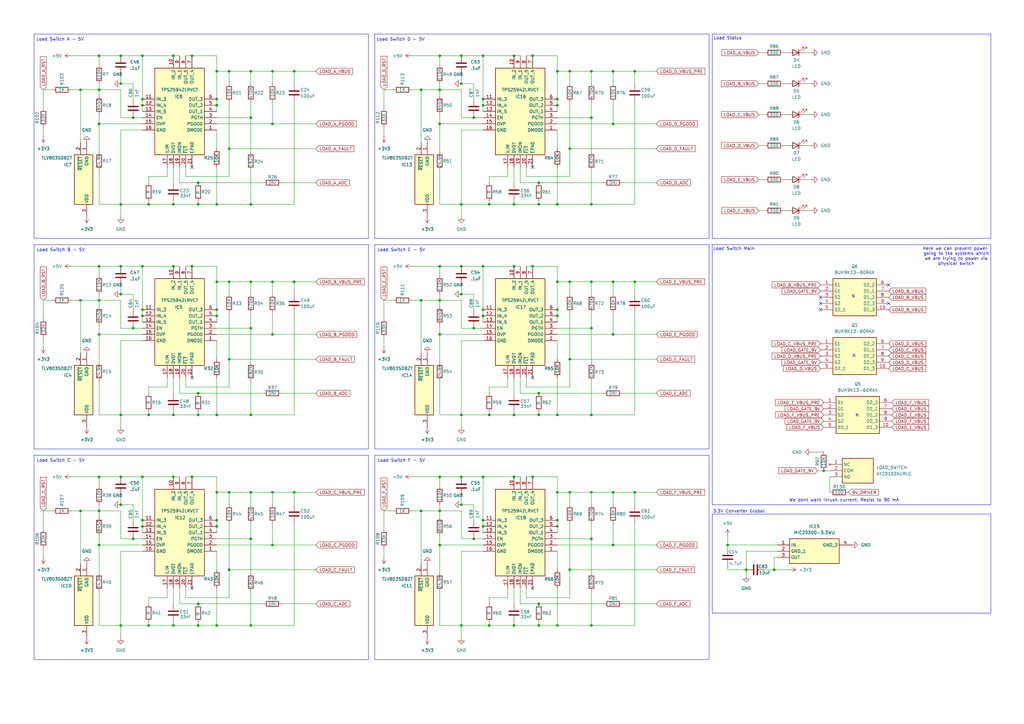
<source format=kicad_sch>
(kicad_sch (version 20231120) (generator "eeschema") (generator_version "8.0")
  (paper "A3")
  (title_block (title "Medford's CubeSat - Electrical Power System - Breakers"))
  (junction (at 102.87 170.18))
  (junction (at 33.02 123.19))
  (junction (at 49.53 83.82))
  (junction (at 120.65 115.57))
  (junction (at 260.35 29.21))
  (junction (at 40.64 123.19))
  (junction (at 218.44 109.22))
  (junction (at 88.9 201.93))
  (junction (at 102.87 115.57))
  (junction (at 189.23 195.58))
  (junction (at 242.57 83.82))
  (junction (at 60.96 83.82))
  (junction (at 120.65 201.93))
  (junction (at 81.28 247.65))
  (junction (at 298.45 223.52))
  (junction (at 180.34 123.19))
  (junction (at 81.28 83.82))
  (junction (at 251.46 115.57))
  (junction (at 242.57 220.98))
  (junction (at 242.57 115.57))
  (junction (at 260.35 201.93))
  (junction (at 210.82 109.22))
  (junction (at 189.23 207.01))
  (junction (at 228.6 29.21))
  (junction (at 220.98 83.82))
  (junction (at 210.82 170.18))
  (junction (at 198.12 195.58))
  (junction (at 337.82 193.04))
  (junction (at 88.9 43.18))
  (junction (at 228.6 40.64))
  (junction (at 71.12 22.86))
  (junction (at 88.9 213.36))
  (junction (at 93.98 147.32))
  (junction (at 78.74 22.86))
  (junction (at 40.64 22.86))
  (junction (at 88.9 129.54))
  (junction (at 58.42 195.58))
  (junction (at 210.82 22.86))
  (junction (at 111.76 223.52))
  (junction (at 81.28 170.18))
  (junction (at 111.76 115.57))
  (junction (at 198.12 109.22))
  (junction (at 88.9 83.82))
  (junction (at 111.76 50.8))
  (junction (at 33.02 36.83))
  (junction (at 242.57 170.18))
  (junction (at 228.6 213.36))
  (junction (at 180.34 36.83))
  (junction (at 58.42 129.54))
  (junction (at 198.12 40.64))
  (junction (at 251.46 29.21))
  (junction (at 251.46 137.16))
  (junction (at 210.82 83.82))
  (junction (at 228.6 43.18))
  (junction (at 220.98 74.93))
  (junction (at 242.57 256.54))
  (junction (at 58.42 40.64))
  (junction (at 49.53 256.54))
  (junction (at 93.98 233.68))
  (junction (at 33.02 209.55))
  (junction (at 228.6 201.93))
  (junction (at 228.6 170.18))
  (junction (at 49.53 22.86))
  (junction (at 189.23 109.22))
  (junction (at 58.42 22.86))
  (junction (at 111.76 201.93))
  (junction (at 180.34 137.16))
  (junction (at 198.12 127))
  (junction (at 88.9 127))
  (junction (at 198.12 129.54))
  (junction (at 40.64 223.52))
  (junction (at 172.72 123.19))
  (junction (at 49.53 195.58))
  (junction (at 198.12 215.9))
  (junction (at 88.9 256.54))
  (junction (at 40.64 195.58))
  (junction (at 260.35 115.57))
  (junction (at 242.57 134.62))
  (junction (at 71.12 170.18))
  (junction (at 200.66 256.54))
  (junction (at 49.53 109.22))
  (junction (at 242.57 201.93))
  (junction (at 200.66 170.18))
  (junction (at 54.61 134.62))
  (junction (at 71.12 256.54))
  (junction (at 189.23 34.29))
  (junction (at 102.87 83.82))
  (junction (at 40.64 209.55))
  (junction (at 233.68 60.96))
  (junction (at 60.96 256.54))
  (junction (at 102.87 134.62))
  (junction (at 78.74 195.58))
  (junction (at 210.82 256.54))
  (junction (at 242.57 29.21))
  (junction (at 88.9 40.64))
  (junction (at 71.12 83.82))
  (junction (at 251.46 50.8))
  (junction (at 306.07 233.68))
  (junction (at 220.98 161.29))
  (junction (at 189.23 170.18))
  (junction (at 40.64 137.16))
  (junction (at 81.28 74.93))
  (junction (at 88.9 170.18))
  (junction (at 180.34 109.22))
  (junction (at 88.9 29.21))
  (junction (at 210.82 195.58))
  (junction (at 49.53 120.65))
  (junction (at 58.42 213.36))
  (junction (at 111.76 29.21))
  (junction (at 189.23 22.86))
  (junction (at 198.12 213.36))
  (junction (at 60.96 170.18))
  (junction (at 93.98 115.57))
  (junction (at 93.98 60.96))
  (junction (at 58.42 127))
  (junction (at 220.98 247.65))
  (junction (at 40.64 109.22))
  (junction (at 233.68 147.32))
  (junction (at 218.44 195.58))
  (junction (at 172.72 209.55))
  (junction (at 220.98 256.54))
  (junction (at 102.87 201.93))
  (junction (at 71.12 109.22))
  (junction (at 49.53 170.18))
  (junction (at 180.34 50.8))
  (junction (at 251.46 201.93))
  (junction (at 180.34 223.52))
  (junction (at 189.23 120.65))
  (junction (at 251.46 223.52))
  (junction (at 40.64 36.83))
  (junction (at 58.42 43.18))
  (junction (at 233.68 201.93))
  (junction (at 228.6 83.82))
  (junction (at 49.53 207.01))
  (junction (at 220.98 170.18))
  (junction (at 102.87 48.26))
  (junction (at 233.68 29.21))
  (junction (at 198.12 22.86))
  (junction (at 189.23 83.82))
  (junction (at 228.6 127))
  (junction (at 120.65 29.21))
  (junction (at 194.31 134.62))
  (junction (at 194.31 48.26))
  (junction (at 233.68 115.57))
  (junction (at 200.66 83.82))
  (junction (at 93.98 201.93))
  (junction (at 102.87 220.98))
  (junction (at 111.76 137.16))
  (junction (at 88.9 115.57))
  (junction (at 49.53 34.29))
  (junction (at 180.34 22.86))
  (junction (at 81.28 161.29))
  (junction (at 40.64 50.8))
  (junction (at 228.6 256.54))
  (junction (at 194.31 220.98))
  (junction (at 172.72 36.83))
  (junction (at 180.34 209.55))
  (junction (at 228.6 129.54))
  (junction (at 228.6 215.9))
  (junction (at 242.57 48.26))
  (junction (at 71.12 195.58))
  (junction (at 189.23 256.54))
  (junction (at 93.98 29.21))
  (junction (at 198.12 43.18))
  (junction (at 317.5 233.68))
  (junction (at 54.61 48.26))
  (junction (at 102.87 256.54))
  (junction (at 228.6 115.57))
  (junction (at 88.9 215.9))
  (junction (at 180.34 195.58))
  (junction (at 102.87 29.21))
  (junction (at 218.44 22.86))
  (junction (at 78.74 109.22))
  (junction (at 58.42 109.22))
  (junction (at 81.28 256.54))
  (junction (at 54.61 220.98))
  (junction (at 58.42 215.9))
  (junction (at 233.68 233.68))
  (no_connect (at 364.49 116.84))
  (no_connect (at 336.55 121.92))
  (no_connect (at 336.55 127))
  (no_connect (at 78.74 154.94))
  (no_connect (at 78.74 68.58))
  (no_connect (at 364.49 124.46))
  (no_connect (at 218.44 68.58))
  (no_connect (at 218.44 241.3))
  (no_connect (at 218.44 154.94))
  (no_connect (at 78.74 241.3))
  (no_connect (at 336.55 124.46))
  (wire (pts (xy 189.23 53.34) (xy 189.23 83.82)))
  (wire (pts (xy 58.42 50.8) (xy 40.64 50.8)))
  (wire (pts (xy 228.6 83.82) (xy 242.57 83.82)))
  (wire (pts (xy 54.61 34.29) (xy 49.53 34.29)))
  (wire (pts (xy 120.65 115.57) (xy 120.65 120.65)))
  (wire (pts (xy 40.64 109.22) (xy 40.64 113.03)))
  (wire (pts (xy 60.96 82.55) (xy 60.96 83.82)))
  (wire (pts (xy 76.2 195.58) (xy 78.74 195.58)))
  (wire (pts (xy 213.36 68.58) (xy 213.36 74.93)))
  (wire (pts (xy 260.35 128.27) (xy 260.35 170.18)))
  (wire (pts (xy 233.68 128.27) (xy 233.68 147.32)))
  (wire (pts (xy 228.6 115.57) (xy 233.68 115.57)))
  (wire (pts (xy 88.9 256.54) (xy 102.87 256.54)))
  (wire (pts (xy 71.12 83.82) (xy 81.28 83.82)))
  (wire (pts (xy 228.6 215.9) (xy 228.6 218.44)))
  (wire (pts (xy 220.98 168.91) (xy 220.98 170.18)))
  (wire (pts (xy 311.15 21.59) (xy 313.69 21.59)))
  (wire (pts (xy 194.31 134.62) (xy 189.23 134.62)))
  (wire (pts (xy 251.46 128.27) (xy 251.46 137.16)))
  (wire (pts (xy 233.68 72.39) (xy 215.9 72.39)))
  (wire (pts (xy 88.9 201.93) (xy 93.98 201.93)))
  (wire (pts (xy 200.66 255.27) (xy 200.66 256.54)))
  (wire (pts (xy 189.23 226.06) (xy 189.23 256.54)))
  (wire (pts (xy 180.34 22.86) (xy 189.23 22.86)))
  (wire (pts (xy 93.98 29.21) (xy 93.98 34.29)))
  (wire (pts (xy 73.66 74.93) (xy 81.28 74.93)))
  (wire (pts (xy 210.82 82.55) (xy 210.82 83.82)))
  (wire (pts (xy 228.6 139.7) (xy 228.6 147.32)))
  (wire (pts (xy 33.02 58.42) (xy 33.02 36.83)))
  (wire (pts (xy 220.98 161.29) (xy 247.65 161.29)))
  (wire (pts (xy 228.6 129.54) (xy 228.6 132.08)))
  (wire (pts (xy 220.98 247.65) (xy 247.65 247.65)))
  (wire (pts (xy 172.72 123.19) (xy 180.34 123.19)))
  (wire (pts (xy 215.9 195.58) (xy 218.44 195.58)))
  (wire (pts (xy 60.96 245.11) (xy 60.96 247.65)))
  (wire (pts (xy 189.23 83.82) (xy 200.66 83.82)))
  (wire (pts (xy 220.98 256.54) (xy 228.6 256.54)))
  (wire (pts (xy 242.57 115.57) (xy 242.57 120.65)))
  (wire (pts (xy 200.66 170.18) (xy 210.82 170.18)))
  (wire (pts (xy 242.57 29.21) (xy 251.46 29.21)))
  (wire (pts (xy 93.98 201.93) (xy 93.98 207.01)))
  (wire (pts (xy 180.34 46.99) (xy 180.34 50.8)))
  (wire (pts (xy 189.23 207.01) (xy 189.23 203.2)))
  (wire (pts (xy 58.42 213.36) (xy 58.42 215.9)))
  (wire (pts (xy 58.42 195.58) (xy 58.42 213.36)))
  (wire (pts (xy 88.9 134.62) (xy 102.87 134.62)))
  (wire (pts (xy 200.66 168.91) (xy 200.66 170.18)))
  (wire (pts (xy 71.12 168.91) (xy 71.12 170.18)))
  (wire (pts (xy 210.82 22.86) (xy 213.36 22.86)))
  (wire (pts (xy 228.6 170.18) (xy 242.57 170.18)))
  (wire (pts (xy 311.15 46.99) (xy 313.69 46.99)))
  (wire (pts (xy 198.12 40.64) (xy 198.12 43.18)))
  (wire (pts (xy 172.72 58.42) (xy 172.72 36.83)))
  (wire (pts (xy 49.53 195.58) (xy 58.42 195.58)))
  (wire (pts (xy 180.34 69.85) (xy 180.34 83.82)))
  (wire (pts (xy 49.53 53.34) (xy 58.42 53.34)))
  (wire (pts (xy 228.6 134.62) (xy 242.57 134.62)))
  (wire (pts (xy 340.36 201.93) (xy 340.36 195.58)))
  (wire (pts (xy 332.74 86.36) (xy 330.2 86.36)))
  (wire (pts (xy 120.65 256.54) (xy 102.87 256.54)))
  (wire (pts (xy 71.12 241.3) (xy 71.12 247.65)))
  (wire (pts (xy 311.15 86.36) (xy 313.69 86.36)))
  (wire (pts (xy 17.78 36.83) (xy 21.59 36.83)))
  (wire (pts (xy 102.87 69.85) (xy 102.87 83.82)))
  (wire (pts (xy 233.68 147.32) (xy 233.68 158.75)))
  (wire (pts (xy 260.35 115.57) (xy 269.24 115.57)))
  (wire (pts (xy 242.57 156.21) (xy 242.57 170.18)))
  (wire (pts (xy 220.98 170.18) (xy 228.6 170.18)))
  (wire (pts (xy 49.53 53.34) (xy 49.53 83.82)))
  (wire (pts (xy 49.53 109.22) (xy 58.42 109.22)))
  (wire (pts (xy 76.2 72.39) (xy 76.2 68.58)))
  (wire (pts (xy 198.12 215.9) (xy 198.12 218.44)))
  (wire (pts (xy 102.87 201.93) (xy 102.87 207.01)))
  (wire (pts (xy 88.9 53.34) (xy 88.9 60.96)))
  (wire (pts (xy 180.34 123.19) (xy 180.34 125.73)))
  (wire (pts (xy 251.46 201.93) (xy 251.46 207.01)))
  (wire (pts (xy 93.98 115.57) (xy 93.98 120.65)))
  (wire (pts (xy 93.98 60.96) (xy 93.98 72.39)))
  (wire (pts (xy 233.68 60.96) (xy 233.68 72.39)))
  (wire (pts (xy 60.96 158.75) (xy 60.96 161.29)))
  (wire (pts (xy 251.46 115.57) (xy 260.35 115.57)))
  (wire (pts (xy 49.53 170.18) (xy 49.53 175.26)))
  (wire (pts (xy 200.66 83.82) (xy 210.82 83.82)))
  (wire (pts (xy 120.65 83.82) (xy 102.87 83.82)))
  (wire (pts (xy 242.57 29.21) (xy 242.57 34.29)))
  (wire (pts (xy 88.9 115.57) (xy 88.9 127)))
  (wire (pts (xy 220.98 82.55) (xy 220.98 83.82)))
  (wire (pts (xy 68.58 245.11) (xy 68.58 241.3)))
  (wire (pts (xy 49.53 36.83) (xy 40.64 36.83)))
  (wire (pts (xy 49.53 139.7) (xy 49.53 170.18)))
  (wire (pts (xy 88.9 226.06) (xy 88.9 233.68)))
  (wire (pts (xy 40.64 22.86) (xy 40.64 26.67)))
  (wire (pts (xy 102.87 242.57) (xy 102.87 256.54)))
  (wire (pts (xy 73.66 154.94) (xy 73.66 161.29)))
  (wire (pts (xy 189.23 83.82) (xy 189.23 88.9)))
  (wire (pts (xy 208.28 72.39) (xy 208.28 68.58)))
  (wire (pts (xy 198.12 220.98) (xy 194.31 220.98)))
  (wire (pts (xy 58.42 129.54) (xy 58.42 132.08)))
  (wire (pts (xy 180.34 22.86) (xy 180.34 26.67)))
  (wire (pts (xy 71.12 68.58) (xy 71.12 74.93)))
  (wire (pts (xy 228.6 22.86) (xy 228.6 29.21)))
  (wire (pts (xy 180.34 133.35) (xy 180.34 137.16)))
  (wire (pts (xy 251.46 201.93) (xy 260.35 201.93)))
  (wire (pts (xy 233.68 41.91) (xy 233.68 60.96)))
  (wire (pts (xy 233.68 233.68) (xy 269.24 233.68)))
  (wire (pts (xy 93.98 214.63) (xy 93.98 233.68)))
  (wire (pts (xy 115.57 247.65) (xy 129.54 247.65)))
  (wire (pts (xy 298.45 233.68) (xy 306.07 233.68)))
  (wire (pts (xy 233.68 29.21) (xy 242.57 29.21)))
  (wire (pts (xy 198.12 43.18) (xy 198.12 45.72)))
  (wire (pts (xy 260.35 83.82) (xy 242.57 83.82)))
  (wire (pts (xy 180.34 156.21) (xy 180.34 170.18)))
  (wire (pts (xy 33.02 209.55) (xy 40.64 209.55)))
  (wire (pts (xy 81.28 161.29) (xy 107.95 161.29)))
  (wire (pts (xy 58.42 22.86) (xy 58.42 40.64)))
  (wire (pts (xy 168.91 195.58) (xy 180.34 195.58)))
  (wire (pts (xy 306.07 236.22) (xy 306.07 233.68)))
  (wire (pts (xy 88.9 170.18) (xy 102.87 170.18)))
  (wire (pts (xy 242.57 242.57) (xy 242.57 256.54)))
  (wire (pts (xy 88.9 139.7) (xy 88.9 147.32)))
  (wire (pts (xy 180.34 219.71) (xy 180.34 223.52)))
  (wire (pts (xy 60.96 158.75) (xy 68.58 158.75)))
  (wire (pts (xy 233.68 158.75) (xy 215.9 158.75)))
  (wire (pts (xy 168.91 109.22) (xy 180.34 109.22)))
  (wire (pts (xy 58.42 43.18) (xy 58.42 45.72)))
  (wire (pts (xy 210.82 83.82) (xy 220.98 83.82)))
  (wire (pts (xy 251.46 29.21) (xy 260.35 29.21)))
  (wire (pts (xy 49.53 83.82) (xy 49.53 88.9)))
  (wire (pts (xy 17.78 224.79) (xy 17.78 228.6)))
  (wire (pts (xy 260.35 29.21) (xy 260.35 34.29)))
  (wire (pts (xy 120.65 128.27) (xy 120.65 170.18)))
  (wire (pts (xy 157.48 44.45) (xy 157.48 36.83)))
  (wire (pts (xy 93.98 29.21) (xy 102.87 29.21)))
  (wire (pts (xy 200.66 72.39) (xy 208.28 72.39)))
  (wire (pts (xy 311.15 73.66) (xy 313.69 73.66)))
  (wire (pts (xy 111.76 214.63) (xy 111.76 223.52)))
  (wire (pts (xy 40.64 209.55) (xy 40.64 212.09)))
  (wire (pts (xy 33.02 144.78) (xy 33.02 123.19)))
  (wire (pts (xy 29.21 36.83) (xy 33.02 36.83)))
  (wire (pts (xy 58.42 134.62) (xy 54.61 134.62)))
  (wire (pts (xy 228.6 220.98) (xy 242.57 220.98)))
  (wire (pts (xy 168.91 209.55) (xy 172.72 209.55)))
  (wire (pts (xy 180.34 195.58) (xy 189.23 195.58)))
  (wire (pts (xy 317.5 228.6) (xy 317.5 233.68)))
  (wire (pts (xy 200.66 158.75) (xy 208.28 158.75)))
  (wire (pts (xy 218.44 22.86) (xy 228.6 22.86)))
  (wire (pts (xy 58.42 109.22) (xy 58.42 127)))
  (wire (pts (xy 198.12 137.16) (xy 180.34 137.16)))
  (wire (pts (xy 317.5 233.68) (xy 313.69 233.68)))
  (wire (pts (xy 228.6 115.57) (xy 228.6 127)))
  (wire (pts (xy 120.65 29.21) (xy 129.54 29.21)))
  (wire (pts (xy 321.31 73.66) (xy 322.58 73.66)))
  (wire (pts (xy 111.76 128.27) (xy 111.76 137.16)))
  (wire (pts (xy 233.68 245.11) (xy 215.9 245.11)))
  (wire (pts (xy 54.61 213.36) (xy 54.61 207.01)))
  (wire (pts (xy 49.53 123.19) (xy 40.64 123.19)))
  (wire (pts (xy 71.12 195.58) (xy 73.66 195.58)))
  (wire (pts (xy 93.98 41.91) (xy 93.98 60.96)))
  (wire (pts (xy 233.68 201.93) (xy 233.68 207.01)))
  (wire (pts (xy 93.98 233.68) (xy 129.54 233.68)))
  (wire (pts (xy 198.12 223.52) (xy 180.34 223.52)))
  (wire (pts (xy 215.9 109.22) (xy 218.44 109.22)))
  (wire (pts (xy 60.96 255.27) (xy 60.96 256.54)))
  (wire (pts (xy 321.31 21.59) (xy 322.58 21.59)))
  (wire (pts (xy 172.72 36.83) (xy 180.34 36.83)))
  (wire (pts (xy 189.23 36.83) (xy 180.34 36.83)))
  (wire (pts (xy 102.87 214.63) (xy 102.87 220.98)))
  (wire (pts (xy 60.96 72.39) (xy 68.58 72.39)))
  (wire (pts (xy 93.98 72.39) (xy 76.2 72.39)))
  (wire (pts (xy 17.78 130.81) (xy 17.78 123.19)))
  (wire (pts (xy 321.31 86.36) (xy 322.58 86.36)))
  (wire (pts (xy 40.64 50.8) (xy 40.64 62.23)))
  (wire (pts (xy 49.53 139.7) (xy 58.42 139.7)))
  (wire (pts (xy 68.58 158.75) (xy 68.58 154.94)))
  (wire (pts (xy 93.98 60.96) (xy 129.54 60.96)))
  (wire (pts (xy 228.6 29.21) (xy 228.6 40.64)))
  (wire (pts (xy 78.74 195.58) (xy 88.9 195.58)))
  (wire (pts (xy 260.35 201.93) (xy 269.24 201.93)))
  (wire (pts (xy 228.6 48.26) (xy 242.57 48.26)))
  (wire (pts (xy 213.36 241.3) (xy 213.36 247.65)))
  (wire (pts (xy 111.76 115.57) (xy 120.65 115.57)))
  (wire (pts (xy 88.9 154.94) (xy 88.9 170.18)))
  (wire (pts (xy 198.12 213.36) (xy 198.12 215.9)))
  (wire (pts (xy 228.6 29.21) (xy 233.68 29.21)))
  (wire (pts (xy 218.44 195.58) (xy 228.6 195.58)))
  (wire (pts (xy 81.28 170.18) (xy 88.9 170.18)))
  (wire (pts (xy 71.12 22.86) (xy 73.66 22.86)))
  (wire (pts (xy 88.9 22.86) (xy 88.9 29.21)))
  (wire (pts (xy 189.23 120.65) (xy 189.23 116.84)))
  (wire (pts (xy 180.34 207.01) (xy 180.34 209.55)))
  (wire (pts (xy 111.76 223.52) (xy 88.9 223.52)))
  (wire (pts (xy 93.98 128.27) (xy 93.98 147.32)))
  (wire (pts (xy 58.42 22.86) (xy 71.12 22.86)))
  (wire (pts (xy 93.98 158.75) (xy 76.2 158.75)))
  (wire (pts (xy 168.91 22.86) (xy 180.34 22.86)))
  (wire (pts (xy 102.87 29.21) (xy 102.87 34.29)))
  (wire (pts (xy 198.12 129.54) (xy 198.12 132.08)))
  (wire (pts (xy 242.57 115.57) (xy 251.46 115.57)))
  (wire (pts (xy 332.74 73.66) (xy 330.2 73.66)))
  (wire (pts (xy 88.9 43.18) (xy 88.9 45.72)))
  (wire (pts (xy 73.66 161.29) (xy 81.28 161.29)))
  (wire (pts (xy 60.96 83.82) (xy 71.12 83.82)))
  (wire (pts (xy 78.74 22.86) (xy 88.9 22.86)))
  (wire (pts (xy 228.6 109.22) (xy 228.6 115.57)))
  (wire (pts (xy 115.57 74.93) (xy 129.54 74.93)))
  (wire (pts (xy 102.87 48.26) (xy 102.87 62.23)))
  (wire (pts (xy 29.21 195.58) (xy 40.64 195.58)))
  (wire (pts (xy 54.61 207.01) (xy 49.53 207.01)))
  (wire (pts (xy 213.36 161.29) (xy 220.98 161.29)))
  (wire (pts (xy 40.64 207.01) (xy 40.64 209.55)))
  (wire (pts (xy 88.9 127) (xy 88.9 129.54)))
  (wire (pts (xy 120.65 214.63) (xy 120.65 256.54)))
  (wire (pts (xy 172.72 231.14) (xy 172.72 209.55)))
  (wire (pts (xy 200.66 245.11) (xy 200.66 247.65)))
  (wire (pts (xy 321.31 46.99) (xy 322.58 46.99)))
  (wire (pts (xy 194.31 213.36) (xy 194.31 207.01)))
  (wire (pts (xy 233.68 147.32) (xy 269.24 147.32)))
  (wire (pts (xy 189.23 170.18) (xy 189.23 175.26)))
  (wire (pts (xy 321.31 59.69) (xy 322.58 59.69)))
  (wire (pts (xy 198.12 134.62) (xy 194.31 134.62)))
  (wire (pts (xy 71.12 82.55) (xy 71.12 83.82)))
  (wire (pts (xy 298.45 223.52) (xy 318.77 223.52)))
  (wire (pts (xy 40.64 242.57) (xy 40.64 256.54)))
  (wire (pts (xy 49.53 22.86) (xy 58.42 22.86)))
  (wire (pts (xy 172.72 144.78) (xy 172.72 123.19)))
  (wire (pts (xy 210.82 195.58) (xy 213.36 195.58)))
  (wire (pts (xy 189.23 123.19) (xy 180.34 123.19)))
  (wire (pts (xy 180.34 34.29) (xy 180.34 36.83)))
  (wire (pts (xy 189.23 195.58) (xy 198.12 195.58)))
  (wire (pts (xy 81.28 256.54) (xy 88.9 256.54)))
  (wire (pts (xy 93.98 115.57) (xy 102.87 115.57)))
  (wire (pts (xy 298.45 219.71) (xy 298.45 223.52)))
  (wire (pts (xy 228.6 213.36) (xy 228.6 215.9)))
  (wire (pts (xy 242.57 214.63) (xy 242.57 220.98)))
  (wire (pts (xy 215.9 245.11) (xy 215.9 241.3)))
  (wire (pts (xy 200.66 72.39) (xy 200.66 74.93)))
  (wire (pts (xy 180.34 120.65) (xy 180.34 123.19)))
  (wire (pts (xy 17.78 52.07) (xy 17.78 55.88)))
  (wire (pts (xy 180.34 36.83) (xy 180.34 39.37)))
  (wire (pts (xy 260.35 214.63) (xy 260.35 256.54)))
  (wire (pts (xy 49.53 226.06) (xy 49.53 256.54)))
  (wire (pts (xy 157.48 123.19) (xy 161.29 123.19)))
  (wire (pts (xy 260.35 170.18) (xy 242.57 170.18)))
  (wire (pts (xy 317.5 228.6) (xy 318.77 228.6)))
  (wire (pts (xy 81.28 74.93) (xy 107.95 74.93)))
  (wire (pts (xy 71.12 256.54) (xy 81.28 256.54)))
  (wire (pts (xy 88.9 48.26) (xy 102.87 48.26)))
  (wire (pts (xy 93.98 233.68) (xy 93.98 245.11)))
  (wire (pts (xy 251.46 214.63) (xy 251.46 223.52)))
  (wire (pts (xy 198.12 109.22) (xy 210.82 109.22)))
  (wire (pts (xy 157.48 36.83) (xy 161.29 36.83)))
  (wire (pts (xy 332.74 34.29) (xy 330.2 34.29)))
  (wire (pts (xy 58.42 223.52) (xy 40.64 223.52)))
  (wire (pts (xy 49.53 209.55) (xy 49.53 220.98)))
  (wire (pts (xy 76.2 158.75) (xy 76.2 154.94)))
  (wire (pts (xy 40.64 36.83) (xy 40.64 39.37)))
  (wire (pts (xy 54.61 220.98) (xy 49.53 220.98)))
  (wire (pts (xy 111.76 29.21) (xy 120.65 29.21)))
  (wire (pts (xy 298.45 232.41) (xy 298.45 233.68)))
  (wire (pts (xy 233.68 201.93) (xy 242.57 201.93)))
  (wire (pts (xy 228.6 53.34) (xy 228.6 60.96)))
  (wire (pts (xy 58.42 195.58) (xy 71.12 195.58)))
  (wire (pts (xy 157.48 224.79) (xy 157.48 228.6)))
  (wire (pts (xy 251.46 137.16) (xy 228.6 137.16)))
  (wire (pts (xy 17.78 209.55) (xy 21.59 209.55)))
  (wire (pts (xy 233.68 29.21) (xy 233.68 34.29)))
  (wire (pts (xy 180.34 242.57) (xy 180.34 256.54)))
  (wire (pts (xy 102.87 115.57) (xy 111.76 115.57)))
  (wire (pts (xy 58.42 127) (xy 58.42 129.54)))
  (wire (pts (xy 255.27 247.65) (xy 269.24 247.65)))
  (wire (pts (xy 73.66 247.65) (xy 81.28 247.65)))
  (wire (pts (xy 189.23 53.34) (xy 198.12 53.34)))
  (wire (pts (xy 218.44 109.22) (xy 228.6 109.22)))
  (wire (pts (xy 337.82 193.04) (xy 340.36 193.04)))
  (wire (pts (xy 200.66 245.11) (xy 208.28 245.11)))
  (wire (pts (xy 208.28 245.11) (xy 208.28 241.3)))
  (wire (pts (xy 71.12 170.18) (xy 81.28 170.18)))
  (wire (pts (xy 111.76 137.16) (xy 88.9 137.16)))
  (wire (pts (xy 260.35 256.54) (xy 242.57 256.54)))
  (wire (pts (xy 40.64 120.65) (xy 40.64 123.19)))
  (wire (pts (xy 88.9 115.57) (xy 93.98 115.57)))
  (wire (pts (xy 189.23 123.19) (xy 189.23 134.62)))
  (wire (pts (xy 198.12 22.86) (xy 210.82 22.86)))
  (wire (pts (xy 323.85 233.68) (xy 317.5 233.68)))
  (wire (pts (xy 194.31 48.26) (xy 189.23 48.26)))
  (wire (pts (xy 88.9 29.21) (xy 93.98 29.21)))
  (wire (pts (xy 180.34 50.8) (xy 180.34 62.23)))
  (wire (pts (xy 255.27 74.93) (xy 269.24 74.93)))
  (wire (pts (xy 210.82 168.91) (xy 210.82 170.18)))
  (wire (pts (xy 242.57 201.93) (xy 251.46 201.93)))
  (wire (pts (xy 68.58 72.39) (xy 68.58 68.58)))
  (wire (pts (xy 198.12 48.26) (xy 194.31 48.26)))
  (wire (pts (xy 251.46 137.16) (xy 269.24 137.16)))
  (wire (pts (xy 49.53 207.01) (xy 49.53 203.2)))
  (wire (pts (xy 180.34 209.55) (xy 180.34 212.09)))
  (wire (pts (xy 40.64 195.58) (xy 49.53 195.58)))
  (wire (pts (xy 58.42 109.22) (xy 71.12 109.22)))
  (wire (pts (xy 228.6 154.94) (xy 228.6 170.18)))
  (wire (pts (xy 88.9 241.3) (xy 88.9 256.54)))
  (wire (pts (xy 81.28 247.65) (xy 107.95 247.65)))
  (wire (pts (xy 311.15 59.69) (xy 313.69 59.69)))
  (wire (pts (xy 210.82 255.27) (xy 210.82 256.54)))
  (wire (pts (xy 210.82 154.94) (xy 210.82 161.29)))
  (wire (pts (xy 88.9 129.54) (xy 88.9 132.08)))
  (wire (pts (xy 180.34 195.58) (xy 180.34 199.39)))
  (wire (pts (xy 228.6 256.54) (xy 242.57 256.54)))
  (wire (pts (xy 40.64 34.29) (xy 40.64 36.83)))
  (wire (pts (xy 49.53 83.82) (xy 40.64 83.82)))
  (wire (pts (xy 49.53 36.83) (xy 49.53 48.26)))
  (wire (pts (xy 93.98 201.93) (xy 102.87 201.93)))
  (wire (pts (xy 180.34 137.16) (xy 180.34 148.59)))
  (wire (pts (xy 120.65 201.93) (xy 120.65 207.01)))
  (wire (pts (xy 168.91 36.83) (xy 172.72 36.83)))
  (wire (pts (xy 54.61 120.65) (xy 49.53 120.65)))
  (wire (pts (xy 93.98 147.32) (xy 129.54 147.32)))
  (wire (pts (xy 233.68 233.68) (xy 233.68 245.11)))
  (wire (pts (xy 189.23 36.83) (xy 189.23 48.26)))
  (wire (pts (xy 260.35 41.91) (xy 260.35 83.82)))
  (wire (pts (xy 111.76 50.8) (xy 88.9 50.8)))
  (wire (pts (xy 111.76 137.16) (xy 129.54 137.16)))
  (wire (pts (xy 78.74 109.22) (xy 88.9 109.22)))
  (wire (pts (xy 54.61 48.26) (xy 49.53 48.26)))
  (wire (pts (xy 180.34 109.22) (xy 180.34 113.03)))
  (wire (pts (xy 242.57 128.27) (xy 242.57 134.62)))
  (wire (pts (xy 33.02 231.14) (xy 33.02 209.55)))
  (wire (pts (xy 198.12 109.22) (xy 198.12 127)))
  (wire (pts (xy 189.23 34.29) (xy 189.23 30.48)))
  (wire (pts (xy 200.66 158.75) (xy 200.66 161.29)))
  (wire (pts (xy 120.65 170.18) (xy 102.87 170.18)))
  (wire (pts (xy 88.9 213.36) (xy 88.9 215.9)))
  (wire (pts (xy 194.31 127) (xy 194.31 120.65)))
  (wire (pts (xy 215.9 158.75) (xy 215.9 154.94)))
  (wire (pts (xy 60.96 168.91) (xy 60.96 170.18)))
  (wire (pts (xy 58.42 40.64) (xy 58.42 43.18)))
  (wire (pts (xy 29.21 123.19) (xy 33.02 123.19)))
  (wire (pts (xy 49.53 256.54) (xy 60.96 256.54)))
  (wire (pts (xy 220.98 83.82) (xy 228.6 83.82)))
  (wire (pts (xy 220.98 74.93) (xy 247.65 74.93)))
  (wire (pts (xy 242.57 220.98) (xy 242.57 234.95)))
  (wire (pts (xy 88.9 215.9) (xy 88.9 218.44)))
  (wire (pts (xy 198.12 50.8) (xy 180.34 50.8)))
  (wire (pts (xy 233.68 115.57) (xy 242.57 115.57)))
  (wire (pts (xy 228.6 40.64) (xy 228.6 43.18)))
  (wire (pts (xy 49.53 256.54) (xy 49.53 261.62)))
  (wire (pts (xy 88.9 83.82) (xy 102.87 83.82)))
  (wire (pts (xy 88.9 68.58) (xy 88.9 83.82)))
  (wire (pts (xy 210.82 241.3) (xy 210.82 247.65)))
  (wire (pts (xy 17.78 44.45) (xy 17.78 36.83)))
  (wire (pts (xy 233.68 115.57) (xy 233.68 120.65)))
  (wire (pts (xy 198.12 127) (xy 198.12 129.54)))
  (wire (pts (xy 76.2 22.86) (xy 78.74 22.86)))
  (wire (pts (xy 49.53 34.29) (xy 49.53 30.48)))
  (wire (pts (xy 228.6 68.58) (xy 228.6 83.82)))
  (wire (pts (xy 54.61 127) (xy 54.61 120.65)))
  (wire (pts (xy 81.28 255.27) (xy 81.28 256.54)))
  (wire (pts (xy 194.31 34.29) (xy 189.23 34.29)))
  (wire (pts (xy 298.45 223.52) (xy 298.45 224.79)))
  (wire (pts (xy 81.28 82.55) (xy 81.28 83.82)))
  (wire (pts (xy 111.76 223.52) (xy 129.54 223.52)))
  (wire (pts (xy 332.74 21.59) (xy 330.2 21.59)))
  (wire (pts (xy 251.46 41.91) (xy 251.46 50.8)))
  (wire (pts (xy 120.65 41.91) (xy 120.65 83.82)))
  (wire (pts (xy 17.78 138.43) (xy 17.78 142.24)))
  (wire (pts (xy 111.76 201.93) (xy 111.76 207.01)))
  (wire (pts (xy 157.48 138.43) (xy 157.48 142.24)))
  (wire (pts (xy 49.53 83.82) (xy 60.96 83.82)))
  (wire (pts (xy 200.66 82.55) (xy 200.66 83.82)))
  (wire (pts (xy 251.46 50.8) (xy 228.6 50.8)))
  (wire (pts (xy 208.28 158.75) (xy 208.28 154.94)))
  (wire (pts (xy 213.36 74.93) (xy 220.98 74.93)))
  (wire (pts (xy 180.34 223.52) (xy 180.34 234.95)))
  (wire (pts (xy 29.21 109.22) (xy 40.64 109.22)))
  (wire (pts (xy 215.9 72.39) (xy 215.9 68.58)))
  (wire (pts (xy 58.42 215.9) (xy 58.42 218.44)))
  (wire (pts (xy 332.74 59.69) (xy 330.2 59.69)))
  (wire (pts (xy 251.46 50.8) (xy 269.24 50.8)))
  (wire (pts (xy 33.02 36.83) (xy 40.64 36.83)))
  (wire (pts (xy 71.12 154.94) (xy 71.12 161.29)))
  (wire (pts (xy 251.46 223.52) (xy 269.24 223.52)))
  (wire (pts (xy 120.65 115.57) (xy 129.54 115.57)))
  (wire (pts (xy 228.6 43.18) (xy 228.6 45.72)))
  (wire (pts (xy 81.28 168.91) (xy 81.28 170.18)))
  (wire (pts (xy 189.23 109.22) (xy 198.12 109.22)))
  (wire (pts (xy 260.35 115.57) (xy 260.35 120.65)))
  (wire (pts (xy 255.27 161.29) (xy 269.24 161.29)))
  (wire (pts (xy 93.98 147.32) (xy 93.98 158.75)))
  (wire (pts (xy 88.9 201.93) (xy 88.9 213.36)))
  (wire (pts (xy 168.91 123.19) (xy 172.72 123.19)))
  (wire (pts (xy 260.35 29.21) (xy 269.24 29.21)))
  (wire (pts (xy 228.6 226.06) (xy 228.6 233.68)))
  (wire (pts (xy 220.98 255.27) (xy 220.98 256.54)))
  (wire (pts (xy 40.64 109.22) (xy 49.53 109.22)))
  (wire (pts (xy 102.87 29.21) (xy 111.76 29.21)))
  (wire (pts (xy 88.9 29.21) (xy 88.9 40.64)))
  (wire (pts (xy 93.98 245.11) (xy 76.2 245.11)))
  (wire (pts (xy 120.65 201.93) (xy 129.54 201.93)))
  (wire (pts (xy 251.46 223.52) (xy 228.6 223.52)))
  (wire (pts (xy 54.61 134.62) (xy 49.53 134.62)))
  (wire (pts (xy 194.31 40.64) (xy 194.31 34.29)))
  (wire (pts (xy 228.6 201.93) (xy 228.6 213.36)))
  (wire (pts (xy 29.21 209.55) (xy 33.02 209.55)))
  (wire (pts (xy 215.9 22.86) (xy 218.44 22.86)))
  (wire (pts (xy 49.53 226.06) (xy 58.42 226.06)))
  (wire (pts (xy 76.2 245.11) (xy 76.2 241.3)))
  (wire (pts (xy 198.12 195.58) (xy 210.82 195.58)))
  (wire (pts (xy 335.28 193.04) (xy 337.82 193.04)))
  (wire (pts (xy 242.57 48.26) (xy 242.57 62.23)))
  (wire (pts (xy 49.53 120.65) (xy 49.53 116.84)))
  (wire (pts (xy 111.76 201.93) (xy 120.65 201.93)))
  (wire (pts (xy 71.12 109.22) (xy 73.66 109.22)))
  (wire (pts (xy 102.87 220.98) (xy 102.87 234.95)))
  (wire (pts (xy 81.28 83.82) (xy 88.9 83.82)))
  (wire (pts (xy 189.23 139.7) (xy 198.12 139.7)))
  (wire (pts (xy 242.57 41.91) (xy 242.57 48.26)))
  (wire (pts (xy 194.31 220.98) (xy 189.23 220.98)))
  (wire (pts (xy 306.07 226.06) (xy 318.77 226.06)))
  (wire (pts (xy 40.64 137.16) (xy 40.64 148.59)))
  (wire (pts (xy 157.48 217.17) (xy 157.48 209.55)))
  (wire (pts (xy 228.6 195.58) (xy 228.6 201.93)))
  (wire (pts (xy 233.68 60.96) (xy 269.24 60.96)))
  (wire (pts (xy 198.12 195.58) (xy 198.12 213.36)))
  (wire (pts (xy 115.57 161.29) (xy 129.54 161.29)))
  (wire (pts (xy 102.87 115.57) (xy 102.87 120.65)))
  (wire (pts (xy 73.66 241.3) (xy 73.66 247.65)))
  (wire (pts (xy 58.42 48.26) (xy 54.61 48.26)))
  (wire (pts (xy 40.64 195.58) (xy 40.64 199.39)))
  (wire (pts (xy 210.82 109.22) (xy 213.36 109.22)))
  (wire (pts (xy 251.46 115.57) (xy 251.46 120.65)))
  (wire (pts (xy 242.57 69.85) (xy 242.57 83.82)))
  (wire (pts (xy 189.23 226.06) (xy 198.12 226.06)))
  (wire (pts (xy 60.96 245.11) (xy 68.58 245.11)))
  (wire (pts (xy 58.42 137.16) (xy 40.64 137.16)))
  (wire (pts (xy 332.74 185.42) (xy 337.82 185.42)))
  (wire (pts (xy 157.48 130.81) (xy 157.48 123.19)))
  (wire (pts (xy 40.64 123.19) (xy 40.64 125.73)))
  (wire (pts (xy 58.42 220.98) (xy 54.61 220.98)))
  (wire (pts (xy 88.9 195.58) (xy 88.9 201.93)))
  (wire (pts (xy 228.6 201.93) (xy 233.68 201.93)))
  (wire (pts (xy 60.96 72.39) (xy 60.96 74.93)))
  (wire (pts (xy 180.34 109.22) (xy 189.23 109.22)))
  (wire (pts (xy 189.23 83.82) (xy 180.34 83.82)))
  (wire (pts (xy 102.87 134.62) (xy 102.87 148.59)))
  (wire (pts (xy 213.36 154.94) (xy 213.36 161.29)))
  (wire (pts (xy 251.46 29.21) (xy 251.46 34.29)))
  (wire (pts (xy 198.12 22.86) (xy 198.12 40.64)))
  (wire (pts (xy 157.48 209.55) (xy 161.29 209.55)))
  (wire (pts (xy 40.64 156.21) (xy 40.64 170.18)))
  (wire (pts (xy 40.64 22.86) (xy 49.53 22.86)))
  (wire (pts (xy 40.64 223.52) (xy 40.64 234.95)))
  (wire (pts (xy 194.31 207.01) (xy 189.23 207.01)))
  (wire (pts (xy 17.78 123.19) (xy 21.59 123.19)))
  (wire (pts (xy 189.23 139.7) (xy 189.23 170.18)))
  (wire (pts (xy 71.12 255.27) (xy 71.12 256.54)))
  (wire (pts (xy 189.23 170.18) (xy 180.34 170.18)))
  (wire (pts (xy 49.53 170.18) (xy 40.64 170.18)))
  (wire (pts (xy 157.48 52.07) (xy 157.48 55.88)))
  (wire (pts (xy 200.66 256.54) (xy 210.82 256.54)))
  (wire (pts (xy 111.76 50.8) (xy 129.54 50.8)))
  (wire (pts (xy 194.31 120.65) (xy 189.23 120.65)))
  (wire (pts (xy 242.57 134.62) (xy 242.57 148.59)))
  (wire (pts (xy 33.02 123.19) (xy 40.64 123.19)))
  (wire (pts (xy 88.9 40.64) (xy 88.9 43.18)))
  (wire (pts (xy 88.9 109.22) (xy 88.9 115.57)))
  (wire (pts (xy 189.23 256.54) (xy 189.23 261.62)))
  (wire (pts (xy 102.87 201.93) (xy 111.76 201.93)))
  (wire (pts (xy 102.87 41.91) (xy 102.87 48.26)))
  (wire (pts (xy 17.78 217.17) (xy 17.78 209.55)))
  (wire (pts (xy 260.35 201.93) (xy 260.35 207.01)))
  (wire (pts (xy 321.31 34.29) (xy 322.58 34.29)))
  (wire (pts (xy 189.23 209.55) (xy 189.23 220.98)))
  (wire (pts (xy 111.76 115.57) (xy 111.76 120.65)))
  (wire (pts (xy 49.53 209.55) (xy 40.64 209.55)))
  (wire (pts (xy 73.66 68.58) (xy 73.66 74.93)))
  (wire (pts (xy 60.96 256.54) (xy 71.12 256.54)))
  (wire (pts (xy 189.23 22.86) (xy 198.12 22.86)))
  (wire (pts (xy 40.64 219.71) (xy 40.64 223.52)))
  (wire (pts (xy 111.76 29.21) (xy 111.76 34.29)))
  (wire (pts (xy 54.61 40.64) (xy 54.61 34.29)))
  (wire (pts (xy 332.74 46.99) (xy 330.2 46.99)))
  (wire (pts (xy 40.64 46.99) (xy 40.64 50.8)))
  (wire (pts (xy 306.07 233.68) (xy 306.07 226.06)))
  (wire (pts (xy 40.64 69.85) (xy 40.64 83.82)))
  (wire (pts (xy 228.6 127) (xy 228.6 129.54)))
  (wire (pts (xy 40.64 133.35) (xy 40.64 137.16)))
  (wire (pts (xy 189.23 256.54) (xy 180.34 256.54)))
  (wire (pts (xy 233.68 214.63) (xy 233.68 233.68)))
  (wire (pts (xy 213.36 247.65) (xy 220.98 247.65)))
  (wire (pts (xy 102.87 128.27) (xy 102.87 134.62)))
  (wire (pts (xy 189.23 170.18) (xy 200.66 170.18)))
  (wire (pts (xy 49.53 256.54) (xy 40.64 256.54)))
  (wire (pts (xy 311.15 34.29) (xy 313.69 34.29)))
  (wire (pts (xy 228.6 241.3) (xy 228.6 256.54)))
  (wire (pts (xy 210.82 68.58) (xy 210.82 74.93)))
  (wire (pts (xy 88.9 220.98) (xy 102.87 220.98)))
  (wire (pts (xy 120.65 29.21) (xy 120.65 34.29)))
  (wire (pts (xy 76.2 109.22) (xy 78.74 109.22)))
  (wire (pts (xy 210.82 170.18) (xy 220.98 170.18)))
  (wire (pts (xy 189.23 256.54) (xy 200.66 256.54)))
  (wire (pts (xy 102.87 156.21) (xy 102.87 170.18)))
  (wire (pts (xy 210.82 256.54) (xy 220.98 256.54)))
  (wire (pts (xy 111.76 41.91) (xy 111.76 50.8)))
  (wire (pts (xy 49.53 170.18) (xy 60.96 170.18)))
  (wire (pts (xy 60.96 170.18) (xy 71.12 170.18)))
  (wire (pts (xy 29.21 22.86) (xy 40.64 22.86)))
  (wire (pts (xy 242.57 201.93) (xy 242.57 207.01)))
  (wire (pts (xy 172.72 209.55) (xy 180.34 209.55)))
  (wire (pts (xy 189.23 209.55) (xy 180.34 209.55)))
  (wire (pts (xy 49.53 123.19) (xy 49.53 134.62)))
  (rectangle (start 13.97 100.33) (end 151.13 184.15))
  (rectangle (start 153.67 186.69) (end 290.83 270.51))
  (rectangle (start 292.1 13.97) (end 406.4 97.79))
  (rectangle (start 13.97 186.69) (end 151.13 270.51))
  (rectangle (start 153.67 13.97) (end 290.83 97.79))
  (rectangle (start 292.1 210.82) (end 406.4 251.46))
  (rectangle (start 153.67 100.33) (end 290.83 184.15))
  (rectangle (start 13.97 13.97) (end 151.13 97.79))
  (rectangle (start 292.1 100.33) (end 406.4 207.01))
  (text "Load Switch A - 5V" (at 24.638 16.256 0) (effects (font (size 1.27 1.27))))
  (text "Load Switch B - 5V" (at 24.892 102.616 0) (effects (font (size 1.27 1.27))))
  (text "Load Switch D - 5V" (at 164.338 16.256 0) (effects (font (size 1.27 1.27))))
  (text "3.3V Converter Global" (at 303.022 209.804 0) (effects (font (size 1.27 1.27))))
  (text "Load Status" (at 298.45 15.748 0) (effects (font (size 1.27 1.27))))
  (text "Load Switch Main" (at 300.99 102.108 0) (effects (font (size 1.27 1.27))))
  (text "Load Switch E - 5V" (at 164.592 102.616 0) (effects (font (size 1.27 1.27))))
  (text "Load Switch F - 5V" (at 164.592 188.976 0) (effects (font (size 1.27 1.27))))
  (text "Here we can prevent power \ngoing to the systems which\nwe are trying to power via\nphysical switch" (at 392.176 105.156 0) (effects (font (size 1.27 1.27))))
  (text "N" (at 350.012 121.666 0) (effects (font (size 1.27 1.27))))
  (text "We dont want inrush current. Resist to 90 mA" (at 346.202 205.232 0) (effects (font (size 1.27 1.27))))
  (text "Load Switch C - 5V" (at 24.892 188.976 0) (effects (font (size 1.27 1.27))))
  (text "N" (at 351.536 170.434 0) (effects (font (size 1.27 1.27))))
  (text "N" (at 350.266 146.05 0) (effects (font (size 1.27 1.27))))
  (global_label "LOAD_GATE_9V" (shape input) (at 337.82 167.64 180) (property "Intersheetrefs" "${INTERSHEET_REFS}" (effects (hide yes))))
  (global_label "LOAD_F_PGOOD" (shape input) (at 269.24 223.52 0) (property "Intersheetrefs" "${INTERSHEET_REFS}" (effects (hide yes))))
  (global_label "LOAD_C_VBUS" (shape input) (at 311.15 46.99 180) (property "Intersheetrefs" "${INTERSHEET_REFS}" (effects (hide yes))))
  (global_label "LOAD_GATE_9V" (shape input) (at 336.55 143.51 180) (property "Intersheetrefs" "${INTERSHEET_REFS}" (effects (hide yes))))
  (global_label "LOAD_F_VBUS" (shape input) (at 365.76 165.1 0) (property "Intersheetrefs" "${INTERSHEET_REFS}" (effects (hide yes))))
  (global_label "LOAD_D_VBUS_PRE" (shape input) (at 336.55 146.05 180) (property "Intersheetrefs" "${INTERSHEET_REFS}" (effects (hide yes))))
  (global_label "LOAD_A_VBUS" (shape input) (at 129.54 29.21 0) (property "Intersheetrefs" "${INTERSHEET_REFS}" (effects (hide yes))))
  (global_label "LOAD_F_VBUS" (shape input) (at 365.76 172.72 0) (property "Intersheetrefs" "${INTERSHEET_REFS}" (effects (hide yes))))
  (global_label "LOAD_GATE_9V" (shape input) (at 335.28 193.04 180) (property "Intersheetrefs" "${INTERSHEET_REFS}" (effects (hide yes))))
  (global_label "LOAD_A_PGOOD" (shape input) (at 129.54 50.8 0) (property "Intersheetrefs" "${INTERSHEET_REFS}" (effects (hide yes))))
  (global_label "LOAD_E_VBUS" (shape input) (at 365.76 167.64 0) (property "Intersheetrefs" "${INTERSHEET_REFS}" (effects (hide yes))))
  (global_label "LOAD_A_RST" (shape input) (at 17.78 36.83 90) (property "Intersheetrefs" "${INTERSHEET_REFS}" (effects (hide yes))))
  (global_label "LOAD_F_VBUS" (shape input) (at 337.82 175.26 180) (property "Intersheetrefs" "${INTERSHEET_REFS}" (effects (hide yes))))
  (global_label "LOAD_C_VBUS" (shape input) (at 364.49 151.13 0) (property "Intersheetrefs" "${INTERSHEET_REFS}" (effects (hide yes))))
  (global_label "LOAD_B_RST" (shape input) (at 17.78 123.19 90) (property "Intersheetrefs" "${INTERSHEET_REFS}" (effects (hide yes))))
  (global_label "LOAD_F_VBUS_PRE" (shape input) (at 337.82 170.18 180) (property "Intersheetrefs" "${INTERSHEET_REFS}" (effects (hide yes))))
  (global_label "LOAD_F_VBUS" (shape input) (at 311.15 86.36 180) (property "Intersheetrefs" "${INTERSHEET_REFS}" (effects (hide yes))))
  (global_label "LOAD_D_VBUS" (shape input) (at 311.15 59.69 180) (property "Intersheetrefs" "${INTERSHEET_REFS}" (effects (hide yes))))
  (global_label "LOAD_C_VBUS_PRE" (shape input) (at 336.55 140.97 180) (property "Intersheetrefs" "${INTERSHEET_REFS}" (effects (hide yes))))
  (global_label "LOAD_C_PGOOD" (shape input) (at 129.54 223.52 0) (property "Intersheetrefs" "${INTERSHEET_REFS}" (effects (hide yes))))
  (global_label "LOAD_D_PGOOD" (shape input) (at 269.24 50.8 0) (property "Intersheetrefs" "${INTERSHEET_REFS}" (effects (hide yes))))
  (global_label "LOAD_F_VBUS_PRE" (shape input) (at 269.24 201.93 0) (property "Intersheetrefs" "${INTERSHEET_REFS}" (effects (hide yes))))
  (global_label "LOAD_B_VBUS" (shape input) (at 311.15 34.29 180) (property "Intersheetrefs" "${INTERSHEET_REFS}" (effects (hide yes))))
  (global_label "LOAD_B_ADC" (shape input) (at 129.54 161.29 0) (property "Intersheetrefs" "${INTERSHEET_REFS}" (effects (hide yes))))
  (global_label "LOAD_GATE_9V" (shape input) (at 336.55 148.59 180) (property "Intersheetrefs" "${INTERSHEET_REFS}" (effects (hide yes))))
  (global_label "LOAD_GATE_9V" (shape input) (at 337.82 172.72 180) (property "Intersheetrefs" "${INTERSHEET_REFS}" (effects (hide yes))))
  (global_label "LOAD_B_VBUS" (shape input) (at 364.49 127 0) (property "Intersheetrefs" "${INTERSHEET_REFS}" (effects (hide yes))))
  (global_label "LOAD_B_VBUS_PRE" (shape input) (at 129.54 115.57 0) (property "Intersheetrefs" "${INTERSHEET_REFS}" (effects (hide yes))))
  (global_label "LOAD_E_FAULT" (shape input) (at 269.24 147.32 0) (property "Intersheetrefs" "${INTERSHEET_REFS}" (effects (hide yes))))
  (global_label "LOAD_C_RST" (shape input) (at 17.78 209.55 90) (property "Intersheetrefs" "${INTERSHEET_REFS}" (effects (hide yes))))
  (global_label "LOAD_B_PGOOD" (shape input) (at 129.54 137.16 0) (property "Intersheetrefs" "${INTERSHEET_REFS}" (effects (hide yes))))
  (global_label "LOAD_F_FAULT" (shape input) (at 269.24 233.68 0) (property "Intersheetrefs" "${INTERSHEET_REFS}" (effects (hide yes))))
  (global_label "LOAD_A_ADC" (shape input) (at 129.54 74.93 0) (property "Intersheetrefs" "${INTERSHEET_REFS}" (effects (hide yes))))
  (global_label "LOAD_C_VBUS_PRE" (shape input) (at 129.54 201.93 0) (property "Intersheetrefs" "${INTERSHEET_REFS}" (effects (hide yes))))
  (global_label "LOAD_E_ADC" (shape input) (at 269.24 161.29 0) (property "Intersheetrefs" "${INTERSHEET_REFS}" (effects (hide yes))))
  (global_label "LOAD_E_VBUS_PRE" (shape input) (at 269.24 115.57 0) (property "Intersheetrefs" "${INTERSHEET_REFS}" (effects (hide yes))))
  (global_label "LOAD_D_VBUS" (shape input) (at 364.49 148.59 0) (property "Intersheetrefs" "${INTERSHEET_REFS}" (effects (hide yes))))
  (global_label "LOAD_B_VBUS" (shape input) (at 364.49 119.38 0) (property "Intersheetrefs" "${INTERSHEET_REFS}" (effects (hide yes))))
  (global_label "LOAD_E_VBUS" (shape input) (at 365.76 175.26 0) (property "Intersheetrefs" "${INTERSHEET_REFS}" (effects (hide yes))))
  (global_label "LOAD_E_VBUS" (shape input) (at 311.15 73.66 180) (property "Intersheetrefs" "${INTERSHEET_REFS}" (effects (hide yes))))
  (global_label "LOAD_D_FAULT" (shape input) (at 269.24 60.96 0) (property "Intersheetrefs" "${INTERSHEET_REFS}" (effects (hide yes))))
  (global_label "LOAD_D_RST" (shape input) (at 157.48 36.83 90) (property "Intersheetrefs" "${INTERSHEET_REFS}" (effects (hide yes))))
  (global_label "LOAD_D_VBUS" (shape input) (at 364.49 140.97 0) (property "Intersheetrefs" "${INTERSHEET_REFS}" (effects (hide yes))))
  (global_label "LOAD_B_FAULT" (shape input) (at 129.54 147.32 0) (property "Intersheetrefs" "${INTERSHEET_REFS}" (effects (hide yes))))
  (global_label "LOAD_F_ADC" (shape input) (at 269.24 247.65 0) (property "Intersheetrefs" "${INTERSHEET_REFS}" (effects (hide yes))))
  (global_label "LOAD_E_VBUS" (shape input) (at 365.76 170.18 0) (property "Intersheetrefs" "${INTERSHEET_REFS}" (effects (hide yes))))
  (global_label "LOAD_GATE_9V" (shape input) (at 336.55 119.38 180) (property "Intersheetrefs" "${INTERSHEET_REFS}" (effects (hide yes))))
  (global_label "LOAD_E_PGOOD" (shape input) (at 269.24 137.16 0) (property "Intersheetrefs" "${INTERSHEET_REFS}" (effects (hide yes))))
  (global_label "LOAD_F_RST" (shape input) (at 157.48 209.55 90) (property "Intersheetrefs" "${INTERSHEET_REFS}" (effects (hide yes))))
  (global_label "LOAD_D_ADC" (shape input) (at 269.24 74.93 0) (property "Intersheetrefs" "${INTERSHEET_REFS}" (effects (hide yes))))
  (global_label "LOAD_E_RST" (shape input) (at 157.48 123.19 90) (property "Intersheetrefs" "${INTERSHEET_REFS}" (effects (hide yes))))
  (global_label "LOAD_B_VBUS" (shape input) (at 364.49 121.92 0) (property "Intersheetrefs" "${INTERSHEET_REFS}" (effects (hide yes))))
  (global_label "LOAD_B_VBUS_PRE" (shape input) (at 336.55 116.84 180) (property "Intersheetrefs" "${INTERSHEET_REFS}" (effects (hide yes))))
  (global_label "LOAD_A_VBUS" (shape input) (at 311.15 21.59 180) (property "Intersheetrefs" "${INTERSHEET_REFS}" (effects (hide yes))))
  (global_label "LOAD_C_FAULT" (shape input) (at 129.54 233.68 0) (property "Intersheetrefs" "${INTERSHEET_REFS}" (effects (hide yes))))
  (global_label "LOAD_C_VBUS" (shape input) (at 364.49 146.05 0) (property "Intersheetrefs" "${INTERSHEET_REFS}" (effects (hide yes))))
  (global_label "LOAD_C_ADC" (shape input) (at 129.54 247.65 0) (property "Intersheetrefs" "${INTERSHEET_REFS}" (effects (hide yes))))
  (global_label "LOAD_A_FAULT" (shape input) (at 129.54 60.96 0) (property "Intersheetrefs" "${INTERSHEET_REFS}" (effects (hide yes))))
  (global_label "LOAD_D_VBUS" (shape input) (at 336.55 151.13 180) (property "Intersheetrefs" "${INTERSHEET_REFS}" (effects (hide yes))))
  (global_label "LOAD_E_VBUS_PRE" (shape input) (at 337.82 165.1 180) (property "Intersheetrefs" "${INTERSHEET_REFS}" (effects (hide yes))))
  (global_label "LOAD_D_VBUS_PRE" (shape input) (at 269.24 29.21 0) (property "Intersheetrefs" "${INTERSHEET_REFS}" (effects (hide yes))))
  (global_label "9V_DRIVER" (shape input) (at 347.98 201.93 0) (property "Intersheetrefs" "${INTERSHEET_REFS}" (effects (hide yes))))
  (global_label "LOAD_C_VBUS" (shape input) (at 364.49 143.51 0) (property "Intersheetrefs" "${INTERSHEET_REFS}" (effects (hide yes))))
  (symbol (lib_id "power:GND") (at 332.74 73.66 90) (unit 1)
    (property "Reference" "#PWR056" (effects (hide yes)))
    (property "Value" "GND" (at 336.55 73.6599 90) (effects (justify right)))
    (property "Description" "Power symbol creates a global label with name \"GND\" , ground" (effects (hide yes)))
  )
  (symbol (lib_id "Device:C") (at 54.61 217.17 180) (unit 1)
    (property "Reference" "C85" (at 53.594 210.82 90))
    (property "Value" "1nF" (at 56.134 210.82 90))
    (property "Description" "Unpolarized capacitor" (effects (hide yes)))
  )
  (symbol (lib_id "Device:R") (at 242.57 124.46 0) (unit 1)
    (property "Reference" "R72" (at 243.84 124.46 0) (effects (justify left)))
    (property "Value" "470K" (at 242.57 127 90) (effects (justify left)))
    (property "Description" "Resistor" (effects (hide yes)))
  )
  (symbol (lib_id "Device:R") (at 40.64 43.18 0) (unit 1)
    (property "Reference" "R18" (at 41.91 43.18 0) (effects (justify left)))
    (property "Value" "8450" (at 40.64 45.466 90) (effects (justify left)))
    (property "Description" "Resistor" (effects (hide yes)))
  )
  (symbol (lib_id "Device:C") (at 49.53 199.39 0) (unit 1)
    (property "Reference" "C50" (at 53.34 198.1199 0) (effects (justify left)))
    (property "Value" ".1uF" (at 53.34 200.6599 0) (effects (justify left)))
    (property "Description" "Unpolarized capacitor" (effects (hide yes)))
  )
  (symbol (lib_id "power:+3V3") (at 17.78 55.88 180) (unit 1)
    (property "Reference" "#PWR079" (effects (hide yes)))
    (property "Value" "+3V3" (at 17.78 60.96 0))
    (property "Description" "Power symbol creates a global label with name \"+3V3\"" (effects (hide yes)))
  )
  (symbol (lib_id "Device:R") (at 40.64 30.48 0) (unit 1)
    (property "Reference" "R7" (at 41.91 30.48 0) (effects (justify left)))
    (property "Value" "110K" (at 40.64 33.02 90) (effects (justify left)))
    (property "Description" "Resistor" (effects (hide yes)))
  )
  (symbol (lib_id "power:+3V3") (at 17.78 142.24 180) (unit 1)
    (property "Reference" "#PWR034" (effects (hide yes)))
    (property "Value" "+3V3" (at 17.78 147.32 0))
    (property "Description" "Power symbol creates a global label with name \"+3V3\"" (effects (hide yes)))
  )
  (symbol (lib_id "Device:R") (at 111.76 161.29 90) (unit 1)
    (property "Reference" "R37" (at 111.76 159.004 90))
    (property "Value" "DNI" (at 111.76 161.29 90))
    (property "Description" "Resistor" (effects (hide yes)))
  )
  (symbol (lib_id "Device:R") (at 60.96 78.74 0) (unit 1)
    (property "Reference" "R19" (at 62.23 78.74 0) (effects (justify left)))
    (property "Value" "R" (at 60.96 79.502 90) (effects (justify left)))
    (property "Description" "Resistor" (effects (hide yes)))
  )
  (symbol (lib_id "power:GND") (at 35.56 58.42 180) (unit 1)
    (property "Reference" "#PWR036" (effects (hide yes)))
    (property "Value" "GND" (at 35.56 53.34 0))
    (property "Description" "Power symbol creates a global label with name \"GND\" , ground" (effects (hide yes)))
  )
  (symbol (lib_id "Device:R") (at 200.66 165.1 0) (unit 1)
    (property "Reference" "R59" (at 201.93 165.1 0) (effects (justify left)))
    (property "Value" "R" (at 200.66 165.862 90) (effects (justify left)))
    (property "Description" "Resistor" (effects (hide yes)))
  )
  (symbol (lib_id "Device:R") (at 180.34 129.54 0) (unit 1)
    (property "Reference" "R53" (at 181.61 129.54 0) (effects (justify left)))
    (property "Value" "8450" (at 180.34 131.826 90) (effects (justify left)))
    (property "Description" "Resistor" (effects (hide yes)))
  )
  (symbol (lib_id "Device:R") (at 60.96 251.46 0) (unit 1)
    (property "Reference" "R41" (at 62.23 251.46 0) (effects (justify left)))
    (property "Value" "R" (at 60.96 252.222 90) (effects (justify left)))
    (property "Description" "Resistor" (effects (hide yes)))
  )
  (symbol (lib_id "Device:R") (at 157.48 220.98 180) (unit 1)
    (property "Reference" "R108" (at 154.94 220.98 90))
    (property "Value" "33K" (at 157.48 220.98 90))
    (property "Description" "Resistor" (effects (hide yes)))
  )
  (symbol (lib_id "Device:C") (at 49.53 113.03 0) (unit 1)
    (property "Reference" "C47" (at 53.34 111.7599 0) (effects (justify left)))
    (property "Value" ".1uF" (at 53.34 114.2999 0) (effects (justify left)))
    (property "Description" "Unpolarized capacitor" (effects (hide yes)))
  )
  (symbol (lib_id "Device:LED") (at 326.39 86.36 180) (unit 1)
    (property "Reference" "D9" (at 326.644 89.408 0))
    (property "Value" "LED" (at 326.644 91.948 0))
    (property "Description" "Light emitting diode" (effects (hide yes)))
  )
  (symbol (lib_id "power:+3V3") (at 35.56 175.26 180) (unit 1)
    (property "Reference" "#PWR082" (effects (hide yes)))
    (property "Value" "+3V3" (at 35.56 180.34 0))
    (property "Description" "Power symbol creates a global label with name \"+3V3\"" (effects (hide yes)))
  )
  (symbol (lib_id "Device:R") (at 251.46 247.65 90) (unit 1)
    (property "Reference" "R81" (at 251.46 245.364 90))
    (property "Value" "DNI" (at 251.46 247.65 90))
    (property "Description" "Resistor" (effects (hide yes)))
  )
  (symbol (lib_id "Device:R") (at 93.98 124.46 0) (unit 1)
    (property "Reference" "R33" (at 95.25 124.46 0) (effects (justify left)))
    (property "Value" "10K" (at 93.98 126.238 90) (effects (justify left)))
    (property "Description" "Resistor" (effects (hide yes)))
  )
  (symbol (lib_id "Device:C") (at 210.82 251.46 0) (unit 1)
    (property "Reference" "C58" (at 213.36 250.952 0) (effects (justify left)))
    (property "Value" "33nF" (at 213.36 252.984 0) (effects (justify left)))
    (property "Description" "Unpolarized capacitor" (effects (hide yes)))
  )
  (symbol (lib_id "power:GND") (at 49.53 34.29 270) (unit 1)
    (property "Reference" "#PWR016" (effects (hide yes)))
    (property "Value" "GND" (at 48.26 30.48 90))
    (property "Description" "Power symbol creates a global label with name \"GND\" , ground" (effects (hide yes)))
  )
  (symbol (lib_id "Device:R") (at 25.4 123.19 90) (unit 1)
    (property "Reference" "R105" (at 25.4 121.412 0) (effects (justify left)))
    (property "Value" "1K" (at 26.67 123.19 90) (effects (justify left)))
    (property "Description" "Resistor" (effects (hide yes)))
  )
  (symbol (lib_id "Device:R") (at 102.87 66.04 0) (unit 1)
    (property "Reference" "R24" (at 104.14 66.294 0) (effects (justify left)))
    (property "Value" "182K" (at 102.87 68.58 90) (effects (justify left)))
    (property "Description" "Resistor" (effects (hide yes)))
  )
  (symbol (lib_id "Device:R") (at 40.64 203.2 0) (unit 1)
    (property "Reference" "R38" (at 41.91 203.2 0) (effects (justify left)))
    (property "Value" "110K" (at 40.64 205.74 90) (effects (justify left)))
    (property "Description" "Resistor" (effects (hide yes)))
  )
  (symbol (lib_id "Device:R") (at 165.1 36.83 90) (unit 1)
    (property "Reference" "R113" (at 165.1 35.052 0) (effects (justify left)))
    (property "Value" "1K" (at 166.37 36.83 90) (effects (justify left)))
    (property "Description" "Resistor" (effects (hide yes)))
  )
  (symbol (lib_id "power:GND") (at 332.74 21.59 90) (unit 1)
    (property "Reference" "#PWR052" (effects (hide yes)))
    (property "Value" "GND" (at 336.55 21.5899 90) (effects (justify right)))
    (property "Description" "Power symbol creates a global label with name \"GND\" , ground" (effects (hide yes)))
  )
  (symbol (lib_id "Device:C") (at 120.65 38.1 0) (unit 1)
    (property "Reference" "C24" (at 123.19 36.83 0) (effects (justify left)))
    (property "Value" "100uF" (at 123.19 39.37 0) (effects (justify left)))
    (property "Description" "Unpolarized capacitor" (effects (hide yes)))
  )
  (symbol (lib_id "power:GND") (at 189.23 175.26 0) (unit 1)
    (property "Reference" "#PWR044" (effects (hide yes)))
    (property "Value" "GND" (at 189.23 180.34 0))
    (property "Description" "Power symbol creates a global label with name \"GND\" , ground" (effects (hide yes)))
  )
  (symbol (lib_id "Device:LED") (at 326.39 73.66 180) (unit 1)
    (property "Reference" "D8" (at 326.644 76.708 0))
    (property "Value" "LED" (at 326.644 79.248 0))
    (property "Description" "Light emitting diode" (effects (hide yes)))
  )
  (symbol (lib_id "Device:C") (at 194.31 217.17 180) (unit 1)
    (property "Reference" "C89" (at 193.294 210.82 90))
    (property "Value" "1nF" (at 195.834 210.82 90))
    (property "Description" "Unpolarized capacitor" (effects (hide yes)))
  )
  (symbol (lib_id "Device:R") (at 180.34 203.2 0) (unit 1)
    (property "Reference" "R55" (at 181.61 203.2 0) (effects (justify left)))
    (property "Value" "110K" (at 180.34 205.74 90) (effects (justify left)))
    (property "Description" "Resistor" (effects (hide yes)))
  )
  (symbol (lib_id "Device:R") (at 251.46 161.29 90) (unit 1)
    (property "Reference" "R79" (at 251.46 159.004 90))
    (property "Value" "DNI" (at 251.46 161.29 90))
    (property "Description" "Resistor" (effects (hide yes)))
  )
  (symbol (lib_id "Device:R") (at 102.87 238.76 0) (unit 1)
    (property "Reference" "R46" (at 104.14 239.014 0) (effects (justify left)))
    (property "Value" "182K" (at 102.87 241.3 90) (effects (justify left)))
    (property "Description" "Resistor" (effects (hide yes)))
  )
  (symbol (lib_id "TLV803SDBZT:TLV803SDBZT") (at 35.56 58.42 270) (unit 1)
    (property "Reference" "IC7" (at 29.464 67.564 90) (effects (justify right)))
    (property "Value" "TLV803SDBZT" (at 29.718 64.77 90) (effects (justify right)))
    (property "Footprint" "SOT95P237X95-3N" (effects (hide yes)))
    (property "Datasheet" "http://www.ti.com/lit/ds/symlink/tlv803.pdf" (effects (hide yes)))
    (property "Description" "Texas Instruments TLV803SDBZT, Voltage Supervisor 2.99V max., 3-Pin SOT-23" (effects (hide yes)))
    (property "Height" "0.95" (effects (hide yes)))
    (property "Mouser Part Number" "595-TLV803SDBZT" (effects (hide yes)))
    (property "Mouser Price/Stock" "https://www.mouser.co.uk/ProductDetail/Texas-Instruments/TLV803SDBZT?qs=L4ss%2FyqpMWT5voC1S%2F0TPA%3D%3D" (effects (hide yes)))
    (property "Manufacturer_Name" "Texas Instruments" (effects (hide yes)))
    (property "Manufacturer_Part_Number" "TLV803SDBZT" (effects (hide yes)))
  )
  (symbol (lib_id "Device:R") (at 251.46 74.93 90) (unit 1)
    (property "Reference" "R77" (at 251.46 72.644 90))
    (property "Value" "DNI" (at 251.46 74.93 90))
    (property "Description" "Resistor" (effects (hide yes)))
  )
  (symbol (lib_id "Device:R") (at 81.28 165.1 0) (unit 1)
    (property "Reference" "R31" (at 82.55 165.1 0) (effects (justify left)))
    (property "Value" "R" (at 81.28 166.116 90) (effects (justify left)))
    (property "Description" "Resistor" (effects (hide yes)))
  )
  (symbol (lib_id "Device:R") (at 233.68 210.82 0) (unit 1)
    (property "Reference" "R69" (at 234.95 210.82 0) (effects (justify left)))
    (property "Value" "10K" (at 233.68 212.852 90) (effects (justify left)))
    (property "Description" "Resistor" (effects (hide yes)))
  )
  (symbol (lib_id "power:GND") (at 189.23 207.01 270) (unit 1)
    (property "Reference" "#PWR045" (effects (hide yes)))
    (property "Value" "GND" (at 187.96 203.2 90))
    (property "Description" "Power symbol creates a global label with name \"GND\" , ground" (effects (hide yes)))
  )
  (symbol (lib_id "Device:C") (at 71.12 251.46 0) (unit 1)
    (property "Reference" "C51" (at 73.66 250.952 0) (effects (justify left)))
    (property "Value" "33nF" (at 73.66 252.984 0) (effects (justify left)))
    (property "Description" "Unpolarized capacitor" (effects (hide yes)))
  )
  (symbol (lib_id "power:GND") (at 332.74 59.69 90) (unit 1)
    (property "Reference" "#PWR055" (effects (hide yes)))
    (property "Value" "GND" (at 336.55 59.6899 90) (effects (justify right)))
    (property "Description" "Power symbol creates a global label with name \"GND\" , ground" (effects (hide yes)))
  )
  (symbol (lib_id "Device:R") (at 180.34 30.48 0) (unit 1)
    (property "Reference" "R49" (at 181.61 30.48 0) (effects (justify left)))
    (property "Value" "110K" (at 180.34 33.02 90) (effects (justify left)))
    (property "Description" "Resistor" (effects (hide yes)))
  )
  (symbol (lib_id "TLV803SDBZT:TLV803SDBZT") (at 35.56 231.14 270) (unit 1)
    (property "Reference" "IC10" (at 29.464 240.284 90) (effects (justify right)))
    (property "Value" "TLV803SDBZT" (at 29.718 237.49 90) (effects (justify right)))
    (property "Footprint" "SOT95P237X95-3N" (effects (hide yes)))
    (property "Datasheet" "http://www.ti.com/lit/ds/symlink/tlv803.pdf" (effects (hide yes)))
    (property "Description" "Texas Instruments TLV803SDBZT, Voltage Supervisor 2.99V max., 3-Pin SOT-23" (effects (hide yes)))
    (property "Height" "0.95" (effects (hide yes)))
    (property "Mouser Part Number" "595-TLV803SDBZT" (effects (hide yes)))
    (property "Mouser Price/Stock" "https://www.mouser.co.uk/ProductDetail/Texas-Instruments/TLV803SDBZT?qs=L4ss%2FyqpMWT5voC1S%2F0TPA%3D%3D" (effects (hide yes)))
    (property "Manufacturer_Name" "Texas Instruments" (effects (hide yes)))
    (property "Manufacturer_Part_Number" "TLV803SDBZT" (effects (hide yes)))
  )
  (symbol (lib_id "Device:R") (at 25.4 209.55 90) (unit 1)
    (property "Reference" "R107" (at 25.4 207.772 0) (effects (justify left)))
    (property "Value" "1K" (at 26.67 209.55 90) (effects (justify left)))
    (property "Description" "Resistor" (effects (hide yes)))
  )
  (symbol (lib_id "Device:C") (at 49.53 26.67 0) (unit 1)
    (property "Reference" "C46" (at 53.34 25.3999 0) (effects (justify left)))
    (property "Value" ".1uF" (at 53.34 27.9399 0) (effects (justify left)))
    (property "Description" "Unpolarized capacitor" (effects (hide yes)))
  )
  (symbol (lib_id "AYZ0102AURLC:AYZ0102AURLC") (at 340.36 190.5 0) (unit 1)
    (property "Reference" "LOAD_SWITCH" (at 359.41 191.7699 0) (effects (justify left)))
    (property "Value" "AYZ0102AURLC" (at 359.41 194.3099 0) (effects (justify left)))
    (property "Footprint" "AYZ0102AURLC" (effects (hide yes)))
    (property "Datasheet" "https://www.ckswitches.com/media/1431/ayz.pdf" (effects (hide yes)))
    (property "Description" "Slide Switch SPDT Surface Mount, Right Angle" (effects (hide yes)))
    (property "Height" "1.5" (effects (hide yes)))
    (property "Mouser Part Number" "611-AYZ0102AURLC" (effects (hide yes)))
    (property "Mouser Price/Stock" "https://www.mouser.co.uk/ProductDetail/CK/AYZ0102AURLC?qs=By6Nw2ByBD1%2Fz8mFHu%2F4MQ%3D%3D" (effects (hide yes)))
    (property "Manufacturer_Name" "C & K COMPONENTS" (effects (hide yes)))
    (property "Manufacturer_Part_Number" "AYZ0102AURLC" (effects (hide yes)))
  )
  (symbol (lib_id "power:GND") (at 35.56 231.14 180) (unit 1)
    (property "Reference" "#PWR083" (effects (hide yes)))
    (property "Value" "GND" (at 35.56 226.06 0))
    (property "Description" "Power symbol creates a global label with name \"GND\" , ground" (effects (hide yes)))
  )
  (symbol (lib_id "Device:R") (at 40.64 116.84 0) (unit 1)
    (property "Reference" "R13" (at 41.91 116.84 0) (effects (justify left)))
    (property "Value" "110K" (at 40.64 119.38 90) (effects (justify left)))
    (property "Description" "Resistor" (effects (hide yes)))
  )
  (symbol (lib_id "TLV803SDBZT:TLV803SDBZT") (at 35.56 144.78 270) (unit 1)
    (property "Reference" "IC4" (at 29.464 153.924 90) (effects (justify right)))
    (property "Value" "TLV803SDBZT" (at 29.718 151.13 90) (effects (justify right)))
    (property "Footprint" "SOT95P237X95-3N" (effects (hide yes)))
    (property "Datasheet" "http://www.ti.com/lit/ds/symlink/tlv803.pdf" (effects (hide yes)))
    (property "Description" "Texas Instruments TLV803SDBZT, Voltage Supervisor 2.99V max., 3-Pin SOT-23" (effects (hide yes)))
    (property "Height" "0.95" (effects (hide yes)))
    (property "Mouser Part Number" "595-TLV803SDBZT" (effects (hide yes)))
    (property "Mouser Price/Stock" "https://www.mouser.co.uk/ProductDetail/Texas-Instruments/TLV803SDBZT?qs=L4ss%2FyqpMWT5voC1S%2F0TPA%3D%3D" (effects (hide yes)))
    (property "Manufacturer_Name" "Texas Instruments" (effects (hide yes)))
    (property "Manufacturer_Part_Number" "TLV803SDBZT" (effects (hide yes)))
  )
  (symbol (lib_id "Device:R") (at 317.5 59.69 90) (unit 1)
    (property "Reference" "R89" (at 317.5 57.15 90))
    (property "Value" "330" (at 317.5 59.69 90))
    (property "Description" "Resistor" (effects (hide yes)))
  )
  (symbol (lib_id "TPS25942LRVCT:TPS25942LRVCT") (at 88.9 226.06 180) (unit 1)
    (property "Reference" "IC12" (at 71.628 212.344 0) (effects (justify right)))
    (property "Value" "TPS25942LRVCT" (at 66.04 209.55 0) (effects (justify right)))
    (property "Footprint" "QFN50P300X400X80-21N" (effects (hide yes)))
    (property "Datasheet" "http://www.ti.com/lit/gpn/tps25942l" (effects (hide yes)))
    (property "Description" "18V, 5A, 42m Current Limiting Power MUX eFuse w/Integrated Reverse Current Protection, IMON & PG" (effects (hide yes)))
    (property "Height" "0.8" (effects (hide yes)))
    (property "Mouser Part Number" "595-TPS25942LRVCT" (effects (hide yes)))
    (property "Mouser Price/Stock" "https://www.mouser.co.uk/ProductDetail/Texas-Instruments/TPS25942LRVCT?qs=1MXlzafEN38cqCAhEmamBA%3D%3D" (effects (hide yes)))
    (property "Manufacturer_Name" "Texas Instruments" (effects (hide yes)))
    (property "Manufacturer_Part_Number" "TPS25942LRVCT" (effects (hide yes)))
  )
  (symbol (lib_id "Device:R") (at 180.34 238.76 0) (unit 1)
    (property "Reference" "R57" (at 181.61 238.76 0) (effects (justify left)))
    (property "Value" "24.9K" (at 180.34 241.554 90) (effects (justify left)))
    (property "Description" "Resistor" (effects (hide yes)))
  )
  (symbol (lib_id "power:GND") (at 189.23 261.62 0) (unit 1)
    (property "Reference" "#PWR046" (effects (hide yes)))
    (property "Value" "GND" (at 189.23 266.7 0))
    (property "Description" "Power symbol creates a global label with name \"GND\" , ground" (effects (hide yes)))
  )
  (symbol (lib_id "Device:R") (at 242.57 152.4 0) (unit 1)
    (property "Reference" "R73" (at 243.84 152.654 0) (effects (justify left)))
    (property "Value" "182K" (at 242.57 154.94 90) (effects (justify left)))
    (property "Description" "Resistor" (effects (hide yes)))
  )
  (symbol (lib_id "Device:C") (at 189.23 26.67 0) (unit 1)
    (property "Reference" "C53" (at 193.04 25.3999 0) (effects (justify left)))
    (property "Value" ".1uF" (at 193.04 27.9399 0) (effects (justify left)))
    (property "Description" "Unpolarized capacitor" (effects (hide yes)))
  )
  (symbol (lib_id "BUK9K13-60RAX:BUK9K13-60RAX") (at 337.82 165.1 0) (unit 1)
    (property "Reference" "Q5" (at 351.79 157.48 0))
    (property "Value" "BUK9K13-60RAX" (at 351.79 160.02 0))
    (property "Footprint" "BUK9K1360RAX" (effects (hide yes)))
    (property "Datasheet" "https://assets.nexperia.com/documents/data-sheet/BUK9K13-60RA.pdf" (effects (hide yes)))
    (property "Description" "Mosfet Array 2 N-Channel (Dual) 60V 40A (Ta) 64W (Ta) Surface Mount LFPAK56D" (effects (hide yes)))
    (property "Height" "1.15" (effects (hide yes)))
    (property "Mouser Part Number" "771-BUK9K13-60RAX" (effects (hide yes)))
    (property "Mouser Price/Stock" "https://www.mouser.co.uk/ProductDetail/Nexperia/BUK9K13-60RAX?qs=KUoIvG%2F9IlalgRWhHGyONg%3D%3D" (effects (hide yes)))
    (property "Manufacturer_Name" "Nexperia" (effects (hide yes)))
    (property "Manufacturer_Part_Number" "BUK9K13-60RAX" (effects (hide yes)))
  )
  (symbol (lib_id "power:GND") (at 175.26 58.42 180) (unit 1)
    (property "Reference" "#PWR089" (effects (hide yes)))
    (property "Value" "GND" (at 175.26 53.34 0))
    (property "Description" "Power symbol creates a global label with name \"GND\" , ground" (effects (hide yes)))
  )
  (symbol (lib_id "power:+5V") (at 168.91 109.22 90) (unit 1)
    (property "Reference" "#PWR029" (effects (hide yes)))
    (property "Value" "+5V" (at 165.1 109.2199 90) (effects (justify left)))
    (property "Description" "Power symbol creates a global label with name \"+5V\"" (effects (hide yes)))
  )
  (symbol (lib_id "Device:R") (at 165.1 209.55 90) (unit 1)
    (property "Reference" "R109" (at 165.1 207.772 0) (effects (justify left)))
    (property "Value" "1K" (at 166.37 209.55 90) (effects (justify left)))
    (property "Description" "Resistor" (effects (hide yes)))
  )
  (symbol (lib_id "Device:R") (at 40.64 152.4 0) (unit 1)
    (property "Reference" "R15" (at 41.91 152.4 0) (effects (justify left)))
    (property "Value" "24.9K" (at 40.64 155.194 90) (effects (justify left)))
    (property "Description" "Resistor" (effects (hide yes)))
  )
  (symbol (lib_id "TLV803SDBZT:TLV803SDBZT") (at 175.26 58.42 270) (unit 1)
    (property "Reference" "IC13" (at 169.164 67.564 90) (effects (justify right)))
    (property "Value" "TLV803SDBZT" (at 169.418 64.77 90) (effects (justify right)))
    (property "Footprint" "SOT95P237X95-3N" (effects (hide yes)))
    (property "Datasheet" "http://www.ti.com/lit/ds/symlink/tlv803.pdf" (effects (hide yes)))
    (property "Description" "Texas Instruments TLV803SDBZT, Voltage Supervisor 2.99V max., 3-Pin SOT-23" (effects (hide yes)))
    (property "Height" "0.95" (effects (hide yes)))
    (property "Mouser Part Number" "595-TLV803SDBZT" (effects (hide yes)))
    (property "Mouser Price/Stock" "https://www.mouser.co.uk/ProductDetail/Texas-Instruments/TLV803SDBZT?qs=L4ss%2FyqpMWT5voC1S%2F0TPA%3D%3D" (effects (hide yes)))
    (property "Manufacturer_Name" "Texas Instruments" (effects (hide yes)))
    (property "Manufacturer_Part_Number" "TLV803SDBZT" (effects (hide yes)))
  )
  (symbol (lib_id "power:+3V3") (at 175.26 261.62 180) (unit 1)
    (property "Reference" "#PWR095" (effects (hide yes)))
    (property "Value" "+3V3" (at 175.26 266.7 0))
    (property "Description" "Power symbol creates a global label with name \"+3V3\"" (effects (hide yes)))
  )
  (symbol (lib_id "Device:C") (at 260.35 124.46 0) (unit 1)
    (property "Reference" "C60" (at 262.89 123.19 0) (effects (justify left)))
    (property "Value" "100uF" (at 262.89 125.73 0) (effects (justify left)))
    (property "Description" "Unpolarized capacitor" (effects (hide yes)))
  )
  (symbol (lib_id "power:+5V") (at 29.21 22.86 90) (unit 1)
    (property "Reference" "#PWR032" (effects (hide yes)))
    (property "Value" "+5V" (at 25.4 22.8599 90) (effects (justify left)))
    (property "Description" "Power symbol creates a global label with name \"+5V\"" (effects (hide yes)))
  )
  (symbol (lib_id "Device:R") (at 220.98 251.46 0) (unit 1)
    (property "Reference" "R63" (at 222.25 251.46 0) (effects (justify left)))
    (property "Value" "R" (at 220.98 252.476 90) (effects (justify left)))
    (property "Description" "Resistor" (effects (hide yes)))
  )
  (symbol (lib_id "Device:R") (at 220.98 78.74 0) (unit 1)
    (property "Reference" "R61" (at 222.25 78.74 0) (effects (justify left)))
    (property "Value" "R" (at 220.98 79.756 90) (effects (justify left)))
    (property "Description" "Resistor" (effects (hide yes)))
  )
  (symbol (lib_id "power:GND") (at 49.53 207.01 270) (unit 1)
    (property "Reference" "#PWR023" (effects (hide yes)))
    (property "Value" "GND" (at 48.26 203.2 90))
    (property "Description" "Power symbol creates a global label with name \"GND\" , ground" (effects (hide yes)))
  )
  (symbol (lib_id "power:GND") (at 175.26 231.14 180) (unit 1)
    (property "Reference" "#PWR085" (effects (hide yes)))
    (property "Value" "GND" (at 175.26 226.06 0))
    (property "Description" "Power symbol creates a global label with name \"GND\" , ground" (effects (hide yes)))
  )
  (symbol (lib_id "power:GND") (at 306.07 236.22 0) (unit 1)
    (property "Reference" "#PWR091" (effects (hide yes)))
    (property "Value" "GND" (at 306.07 241.3 0))
    (property "Description" "Power symbol creates a global label with name \"GND\" , ground" (effects (hide yes)))
  )
  (symbol (lib_id "Device:R") (at 180.34 116.84 0) (unit 1)
    (property "Reference" "R52" (at 181.61 116.84 0) (effects (justify left)))
    (property "Value" "110K" (at 180.34 119.38 90) (effects (justify left)))
    (property "Description" "Resistor" (effects (hide yes)))
  )
  (symbol (lib_id "Device:C") (at 71.12 78.74 0) (unit 1)
    (property "Reference" "C23" (at 73.66 78.232 0) (effects (justify left)))
    (property "Value" "33nF" (at 73.66 80.264 0) (effects (justify left)))
    (property "Description" "Unpolarized capacitor" (effects (hide yes)))
  )
  (symbol (lib_id "Device:R") (at 157.48 134.62 180) (unit 1)
    (property "Reference" "R110" (at 154.94 134.62 90))
    (property "Value" "33K" (at 157.48 134.62 90))
    (property "Description" "Resistor" (effects (hide yes)))
  )
  (symbol (lib_id "Device:R") (at 180.34 152.4 0) (unit 1)
    (property "Reference" "R54" (at 181.61 152.4 0) (effects (justify left)))
    (property "Value" "24.9K" (at 180.34 155.194 90) (effects (justify left)))
    (property "Description" "Resistor" (effects (hide yes)))
  )
  (symbol (lib_id "Device:R") (at 337.82 189.23 180) (unit 1)
    (property "Reference" "R92" (at 335.28 189.23 90))
    (property "Value" "10K" (at 337.82 189.23 90))
    (property "Description" "Resistor" (effects (hide yes)))
  )
  (symbol (lib_id "Device:C") (at 120.65 124.46 0) (unit 1)
    (property "Reference" "C49" (at 123.19 123.19 0) (effects (justify left)))
    (property "Value" "100uF" (at 123.19 125.73 0) (effects (justify left)))
    (property "Description" "Unpolarized capacitor" (effects (hide yes)))
  )
  (symbol (lib_id "Device:R") (at 88.9 151.13 0) (unit 1)
    (property "Reference" "R32" (at 83.566 151.13 0) (effects (justify left)))
    (property "Value" "10K" (at 88.9 153.162 90) (effects (justify left)))
    (property "Description" "Resistor" (effects (hide yes)))
  )
  (symbol (lib_id "power:+5V") (at 29.21 195.58 90) (unit 1)
    (property "Reference" "#PWR021" (effects (hide yes)))
    (property "Value" "+5V" (at 25.4 195.5799 90) (effects (justify left)))
    (property "Description" "Power symbol creates a global label with name \"+5V\"" (effects (hide yes)))
  )
  (symbol (lib_id "power:+5V") (at 168.91 195.58 90) (unit 1)
    (property "Reference" "#PWR030" (effects (hide yes)))
    (property "Value" "+5V" (at 165.1 195.5799 90) (effects (justify left)))
    (property "Description" "Power symbol creates a global label with name \"+5V\"" (effects (hide yes)))
  )
  (symbol (lib_id "Device:R") (at 242.57 66.04 0) (unit 1)
    (property "Reference" "R71" (at 243.84 66.294 0) (effects (justify left)))
    (property "Value" "182K" (at 242.57 68.58 90) (effects (justify left)))
    (property "Description" "Resistor" (effects (hide yes)))
  )
  (symbol (lib_id "TPS25942LRVCT:TPS25942LRVCT") (at 228.6 53.34 180) (unit 1)
    (property "Reference" "IC16" (at 211.328 39.624 0) (effects (justify right)))
    (property "Value" "TPS25942LRVCT" (at 205.74 36.83 0) (effects (justify right)))
    (property "Footprint" "QFN50P300X400X80-21N" (effects (hide yes)))
    (property "Datasheet" "http://www.ti.com/lit/gpn/tps25942l" (effects (hide yes)))
    (property "Description" "18V, 5A, 42m Current Limiting Power MUX eFuse w/Integrated Reverse Current Protection, IMON & PG" (effects (hide yes)))
    (property "Height" "0.8" (effects (hide yes)))
    (property "Mouser Part Number" "595-TPS25942LRVCT" (effects (hide yes)))
    (property "Mouser Price/Stock" "https://www.mouser.co.uk/ProductDetail/Texas-Instruments/TPS25942LRVCT?qs=1MXlzafEN38cqCAhEmamBA%3D%3D" (effects (hide yes)))
    (property "Manufacturer_Name" "Texas Instruments" (effects (hide yes)))
    (property "Manufacturer_Part_Number" "TPS25942LRVCT" (effects (hide yes)))
  )
  (symbol (lib_id "Device:R") (at 60.96 165.1 0) (unit 1)
    (property "Reference" "R16" (at 62.23 165.1 0) (effects (justify left)))
    (property "Value" "R" (at 60.96 165.862 90) (effects (justify left)))
    (property "Description" "Resistor" (effects (hide yes)))
  )
  (symbol (lib_id "Device:R") (at 40.64 129.54 0) (unit 1)
    (property "Reference" "R14" (at 41.91 129.54 0) (effects (justify left)))
    (property "Value" "8450" (at 40.64 131.826 90) (effects (justify left)))
    (property "Description" "Resistor" (effects (hide yes)))
  )
  (symbol (lib_id "Device:R") (at 111.76 210.82 0) (unit 1)
    (property "Reference" "R47" (at 113.03 210.82 0) (effects (justify left)))
    (property "Value" "10K" (at 111.76 212.598 90) (effects (justify left)))
    (property "Description" "Resistor" (effects (hide yes)))
  )
  (symbol (lib_id "power:GND") (at 35.56 144.78 180) (unit 1)
    (property "Reference" "#PWR081" (effects (hide yes)))
    (property "Value" "GND" (at 35.56 139.7 0))
    (property "Description" "Power symbol creates a global label with name \"GND\" , ground" (effects (hide yes)))
  )
  (symbol (lib_id "Device:C") (at 194.31 44.45 180) (unit 1)
    (property "Reference" "C87" (at 193.294 38.1 90))
    (property "Value" "1nF" (at 195.834 38.1 90))
    (property "Description" "Unpolarized capacitor" (effects (hide yes)))
  )
  (symbol (lib_id "Device:R") (at 17.78 220.98 180) (unit 1)
    (property "Reference" "R106" (at 15.24 220.98 90))
    (property "Value" "33K" (at 17.78 220.98 90))
    (property "Description" "Resistor" (effects (hide yes)))
  )
  (symbol (lib_id "Device:R") (at 228.6 151.13 0) (unit 1)
    (property "Reference" "R65" (at 223.266 151.13 0) (effects (justify left)))
    (property "Value" "10K" (at 228.6 153.162 90) (effects (justify left)))
    (property "Description" "Resistor" (effects (hide yes)))
  )
  (symbol (lib_id "power:GND") (at 175.26 144.78 180) (unit 1)
    (property "Reference" "#PWR087" (effects (hide yes)))
    (property "Value" "GND" (at 175.26 139.7 0))
    (property "Description" "Power symbol creates a global label with name \"GND\" , ground" (effects (hide yes)))
  )
  (symbol (lib_id "TPS25942LRVCT:TPS25942LRVCT") (at 88.9 139.7 180) (unit 1)
    (property "Reference" "IC5" (at 71.628 125.984 0) (effects (justify right)))
    (property "Value" "TPS25942LRVCT" (at 66.04 123.19 0) (effects (justify right)))
    (property "Footprint" "QFN50P300X400X80-21N" (effects (hide yes)))
    (property "Datasheet" "http://www.ti.com/lit/gpn/tps25942l" (effects (hide yes)))
    (property "Description" "18V, 5A, 42m Current Limiting Power MUX eFuse w/Integrated Reverse Current Protection, IMON & PG" (effects (hide yes)))
    (property "Height" "0.8" (effects (hide yes)))
    (property "Mouser Part Number" "595-TPS25942LRVCT" (effects (hide yes)))
    (property "Mouser Price/Stock" "https://www.mouser.co.uk/ProductDetail/Texas-Instruments/TPS25942LRVCT?qs=1MXlzafEN38cqCAhEmamBA%3D%3D" (effects (hide yes)))
    (property "Manufacturer_Name" "Texas Instruments" (effects (hide yes)))
    (property "Manufacturer_Part_Number" "TPS25942LRVCT" (effects (hide yes)))
  )
  (symbol (lib_id "Device:R") (at 317.5 86.36 90) (unit 1)
    (property "Reference" "R91" (at 317.5 83.82 90))
    (property "Value" "330" (at 317.5 86.36 90))
    (property "Description" "Resistor" (effects (hide yes)))
  )
  (symbol (lib_id "Device:R") (at 317.5 21.59 90) (unit 1)
    (property "Reference" "R86" (at 317.5 19.05 90))
    (property "Value" "330" (at 317.5 21.59 90))
    (property "Description" "Resistor" (effects (hide yes)))
  )
  (symbol (lib_id "power:GND") (at 189.23 88.9 0) (unit 1)
    (property "Reference" "#PWR042" (effects (hide yes)))
    (property "Value" "GND" (at 189.23 93.98 0))
    (property "Description" "Power symbol creates a global label with name \"GND\" , ground" (effects (hide yes)))
  )
  (symbol (lib_id "Device:R") (at 251.46 38.1 0) (unit 1)
    (property "Reference" "R76" (at 252.73 38.1 0) (effects (justify left)))
    (property "Value" "10K" (at 251.46 40.132 90) (effects (justify left)))
    (property "Description" "Resistor" (effects (hide yes)))
  )
  (symbol (lib_id "Device:R") (at 180.34 43.18 0) (unit 1)
    (property "Reference" "R50" (at 181.61 43.18 0) (effects (justify left)))
    (property "Value" "8450" (at 180.34 45.466 90) (effects (justify left)))
    (property "Description" "Resistor" (effects (hide yes)))
  )
  (symbol (lib_id "Device:R") (at 180.34 215.9 0) (unit 1)
    (property "Reference" "R56" (at 181.61 215.9 0) (effects (justify left)))
    (property "Value" "8450" (at 180.34 218.186 90) (effects (justify left)))
    (property "Description" "Resistor" (effects (hide yes)))
  )
  (symbol (lib_id "Device:R") (at 233.68 38.1 0) (unit 1)
    (property "Reference" "R67" (at 234.95 38.1 0) (effects (justify left)))
    (property "Value" "10K" (at 233.68 40.132 90) (effects (justify left)))
    (property "Description" "Resistor" (effects (hide yes)))
  )
  (symbol (lib_id "Device:C") (at 309.88 233.68 270) (unit 1)
    (property "Reference" "C83" (at 312.928 232.41 90))
    (property "Value" "10uF" (at 313.69 234.95 90))
    (property "Description" "Unpolarized capacitor" (effects (hide yes)))
  )
  (symbol (lib_id "Device:R") (at 88.9 237.49 0) (unit 1)
    (property "Reference" "R43" (at 83.566 237.49 0) (effects (justify left)))
    (property "Value" "10K" (at 88.9 239.522 90) (effects (justify left)))
    (property "Description" "Resistor" (effects (hide yes)))
  )
  (symbol (lib_id "Device:R") (at 317.5 73.66 90) (unit 1)
    (property "Reference" "R90" (at 317.5 71.12 90))
    (property "Value" "330" (at 317.5 73.66 90))
    (property "Description" "Resistor" (effects (hide yes)))
  )
  (symbol (lib_id "Device:R") (at 111.76 247.65 90) (unit 1)
    (property "Reference" "R48" (at 111.76 245.364 90))
    (property "Value" "DNI" (at 111.76 247.65 90))
    (property "Description" "Resistor" (effects (hide yes)))
  )
  (symbol (lib_id "Device:R") (at 242.57 210.82 0) (unit 1)
    (property "Reference" "R74" (at 243.84 210.82 0) (effects (justify left)))
    (property "Value" "470K" (at 242.57 213.36 90) (effects (justify left)))
    (property "Description" "Resistor" (effects (hide yes)))
  )
  (symbol (lib_id "power:GND") (at 189.23 120.65 270) (unit 1)
    (property "Reference" "#PWR043" (effects (hide yes)))
    (property "Value" "GND" (at 187.96 116.84 90))
    (property "Description" "Power symbol creates a global label with name \"GND\" , ground" (effects (hide yes)))
  )
  (symbol (lib_id "Device:R") (at 251.46 210.82 0) (unit 1)
    (property "Reference" "R80" (at 252.73 210.82 0) (effects (justify left)))
    (property "Value" "10K" (at 251.46 212.852 90) (effects (justify left)))
    (property "Description" "Resistor" (effects (hide yes)))
  )
  (symbol (lib_id "Device:R") (at 102.87 210.82 0) (unit 1)
    (property "Reference" "R45" (at 104.14 210.82 0) (effects (justify left)))
    (property "Value" "470K" (at 102.87 213.36 90) (effects (justify left)))
    (property "Description" "Resistor" (effects (hide yes)))
  )
  (symbol (lib_id "Device:R") (at 317.5 46.99 90) (unit 1)
    (property "Reference" "R88" (at 317.5 44.45 90))
    (property "Value" "330" (at 317.5 46.99 90))
    (property "Description" "Resistor" (effects (hide yes)))
  )
  (symbol (lib_id "MIC29300-3_3WU:MIC29300-3.3WU") (at 318.77 223.52 0) (unit 1)
    (property "Reference" "IC15" (at 334.01 215.9 0))
    (property "Value" "MIC29300-3.3WU" (at 334.01 218.44 0))
    (property "Footprint" "MIC2930033WU" (effects (hide yes)))
    (property "Datasheet" "http://www.microchip.com/mymicrochip/filehandler.aspx?ddocname=en580805" (effects (hide yes)))
    (property "Description" "LDO Voltage Regulators 3.0A LDO Fixed Voltage" (effects (hide yes)))
    (property "Height" "4.61" (effects (hide yes)))
    (property "Mouser Part Number" "998-MIC29300-3.3WU" (effects (hide yes)))
    (property "Mouser Price/Stock" "https://www.mouser.co.uk/ProductDetail/Microchip-Technology/MIC29300-3.3WU?qs=kh6iOki%2FeLFM4gSMQ3MufA%3D%3D" (effects (hide yes)))
    (property "Manufacturer_Name" "Microchip" (effects (hide yes)))
    (property "Manufacturer_Part_Number" "MIC29300-3.3WU" (effects (hide yes)))
  )
  (symbol (lib_id "power:GND") (at 49.53 88.9 0) (unit 1)
    (property "Reference" "#PWR028" (effects (hide yes)))
    (property "Value" "GND" (at 49.53 93.98 0))
    (property "Description" "Power symbol creates a global label with name \"GND\" , ground" (effects (hide yes)))
  )
  (symbol (lib_id "Device:R") (at 157.48 48.26 180) (unit 1)
    (property "Reference" "R112" (at 154.94 48.26 90))
    (property "Value" "33K" (at 157.48 48.26 90))
    (property "Description" "Resistor" (effects (hide yes)))
  )
  (symbol (lib_id "power:+5V") (at 298.45 219.71 0) (unit 1)
    (property "Reference" "#PWR093" (effects (hide yes)))
    (property "Value" "+5V" (at 298.45 214.63 0))
    (property "Description" "Power symbol creates a global label with name \"+5V\"" (effects (hide yes)))
  )
  (symbol (lib_id "BUK9K13-60RAX:BUK9K13-60RAX") (at 336.55 140.97 0) (unit 1)
    (property "Reference" "Q1" (at 350.52 133.35 0))
    (property "Value" "BUK9K13-60RAX" (at 350.52 135.89 0))
    (property "Footprint" "BUK9K1360RAX" (effects (hide yes)))
    (property "Datasheet" "https://assets.nexperia.com/documents/data-sheet/BUK9K13-60RA.pdf" (effects (hide yes)))
    (property "Description" "Mosfet Array 2 N-Channel (Dual) 60V 40A (Ta) 64W (Ta) Surface Mount LFPAK56D" (effects (hide yes)))
    (property "Height" "1.15" (effects (hide yes)))
    (property "Mouser Part Number" "771-BUK9K13-60RAX" (effects (hide yes)))
    (property "Mouser Price/Stock" "https://www.mouser.co.uk/ProductDetail/Nexperia/BUK9K13-60RAX?qs=KUoIvG%2F9IlalgRWhHGyONg%3D%3D" (effects (hide yes)))
    (property "Manufacturer_Name" "Nexperia" (effects (hide yes)))
    (property "Manufacturer_Part_Number" "BUK9K13-60RAX" (effects (hide yes)))
  )
  (symbol (lib_id "Device:R") (at 165.1 123.19 90) (unit 1)
    (property "Reference" "R111" (at 165.1 121.412 0) (effects (justify left)))
    (property "Value" "1K" (at 166.37 123.19 90) (effects (justify left)))
    (property "Description" "Resistor" (effects (hide yes)))
  )
  (symbol (lib_id "Device:R") (at 40.64 215.9 0) (unit 1)
    (property "Reference" "R39" (at 41.91 215.9 0) (effects (justify left)))
    (property "Value" "8450" (at 40.64 218.186 90) (effects (justify left)))
    (property "Description" "Resistor" (effects (hide yes)))
  )
  (symbol (lib_id "Device:C") (at 189.23 199.39 0) (unit 1)
    (property "Reference" "C55" (at 193.04 198.1199 0) (effects (justify left)))
    (property "Value" ".1uF" (at 193.04 200.6599 0) (effects (justify left)))
    (property "Description" "Unpolarized capacitor" (effects (hide yes)))
  )
  (symbol (lib_id "Device:R") (at 242.57 38.1 0) (unit 1)
    (property "Reference" "R70" (at 243.84 38.1 0) (effects (justify left)))
    (property "Value" "470K" (at 242.57 40.64 90) (effects (justify left)))
    (property "Description" "Resistor" (effects (hide yes)))
  )
  (symbol (lib_id "Device:R") (at 102.87 152.4 0) (unit 1)
    (property "Reference" "R35" (at 104.14 152.654 0) (effects (justify left)))
    (property "Value" "182K" (at 102.87 154.94 90) (effects (justify left)))
    (property "Description" "Resistor" (effects (hide yes)))
  )
  (symbol (lib_id "power:+3V3") (at 17.78 228.6 180) (unit 1)
    (property "Reference" "#PWR033" (effects (hide yes)))
    (property "Value" "+3V3" (at 17.78 233.68 0))
    (property "Description" "Power symbol creates a global label with name \"+3V3\"" (effects (hide yes)))
  )
  (symbol (lib_id "Device:R") (at 93.98 210.82 0) (unit 1)
    (property "Reference" "R44" (at 95.25 210.82 0) (effects (justify left)))
    (property "Value" "10K" (at 93.98 212.598 90) (effects (justify left)))
    (property "Description" "Resistor" (effects (hide yes)))
  )
  (symbol (lib_id "power:GND") (at 332.74 86.36 90) (unit 1)
    (property "Reference" "#PWR057" (effects (hide yes)))
    (property "Value" "GND" (at 336.55 86.3599 90) (effects (justify right)))
    (property "Description" "Power symbol creates a global label with name \"GND\" , ground" (effects (hide yes)))
  )
  (symbol (lib_id "Device:R") (at 344.17 201.93 90) (unit 1)
    (property "Reference" "R130" (at 344.17 199.644 90))
    (property "Value" "100" (at 344.17 201.93 90))
    (property "Description" "Resistor" (effects (hide yes)))
  )
  (symbol (lib_id "TPS25942LRVCT:TPS25942LRVCT") (at 228.6 139.7 180) (unit 1)
    (property "Reference" "IC17" (at 211.328 125.984 0) (effects (justify right)))
    (property "Value" "TPS25942LRVCT" (at 205.74 123.19 0) (effects (justify right)))
    (property "Footprint" "QFN50P300X400X80-21N" (effects (hide yes)))
    (property "Datasheet" "http://www.ti.com/lit/gpn/tps25942l" (effects (hide yes)))
    (property "Description" "18V, 5A, 42m Current Limiting Power MUX eFuse w/Integrated Reverse Current Protection, IMON & PG" (effects (hide yes)))
    (property "Height" "0.8" (effects (hide yes)))
    (property "Mouser Part Number" "595-TPS25942LRVCT" (effects (hide yes)))
    (property "Mouser Price/Stock" "https://www.mouser.co.uk/ProductDetail/Texas-Instruments/TPS25942LRVCT?qs=1MXlzafEN38cqCAhEmamBA%3D%3D" (effects (hide yes)))
    (property "Manufacturer_Name" "Texas Instruments" (effects (hide yes)))
    (property "Manufacturer_Part_Number" "TPS25942LRVCT" (effects (hide yes)))
  )
  (symbol (lib_id "Device:C") (at 210.82 78.74 0) (unit 1)
    (property "Reference" "C56" (at 213.36 78.232 0) (effects (justify left)))
    (property "Value" "33nF" (at 213.36 80.264 0) (effects (justify left)))
    (property "Description" "Unpolarized capacitor" (effects (hide yes)))
  )
  (symbol (lib_id "Device:R") (at 40.64 238.76 0) (unit 1)
    (property "Reference" "R40" (at 41.91 238.76 0) (effects (justify left)))
    (property "Value" "24.9K" (at 40.64 241.554 90) (effects (justify left)))
    (property "Description" "Resistor" (effects (hide yes)))
  )
  (symbol (lib_id "Device:R") (at 17.78 134.62 180) (unit 1)
    (property "Reference" "R104" (at 15.24 134.62 90))
    (property "Value" "33K" (at 17.78 134.62 90))
    (property "Description" "Resistor" (effects (hide yes)))
  )
  (symbol (lib_id "Device:C") (at 54.61 44.45 180) (unit 1)
    (property "Reference" "C86" (at 53.594 38.1 90))
    (property "Value" "1nF" (at 56.134 38.1 90))
    (property "Description" "Unpolarized capacitor" (effects (hide yes)))
  )
  (symbol (lib_id "Device:R") (at 111.76 38.1 0) (unit 1)
    (property "Reference" "R23" (at 113.03 38.1 0) (effects (justify left)))
    (property "Value" "10K" (at 111.76 39.878 90) (effects (justify left)))
    (property "Description" "Resistor" (effects (hide yes)))
  )
  (symbol (lib_id "Device:R") (at 220.98 165.1 0) (unit 1)
    (property "Reference" "R62" (at 222.25 165.1 0) (effects (justify left)))
    (property "Value" "R" (at 220.98 166.116 90) (effects (justify left)))
    (property "Description" "Resistor" (effects (hide yes)))
  )
  (symbol (lib_id "TPS25942LRVCT:TPS25942LRVCT") (at 88.9 53.34 180) (unit 1)
    (property "Reference" "IC8" (at 71.628 39.624 0) (effects (justify right)))
    (property "Value" "TPS25942LRVCT" (at 66.04 36.83 0) (effects (justify right)))
    (property "Footprint" "QFN50P300X400X80-21N" (effects (hide yes)))
    (property "Datasheet" "http://www.ti.com/lit/gpn/tps25942l" (effects (hide yes)))
    (property "Description" "18V, 5A, 42m Current Limiting Power MUX eFuse w/Integrated Reverse Current Protection, IMON & PG" (effects (hide yes)))
    (property "Height" "0.8" (effects (hide yes)))
    (property "Mouser Part Number" "595-TPS25942LRVCT" (effects (hide yes)))
    (property "Mouser Price/Stock" "https://www.mouser.co.uk/ProductDetail/Texas-Instruments/TPS25942LRVCT?qs=1MXlzafEN38cqCAhEmamBA%3D%3D" (effects (hide yes)))
    (property "Manufacturer_Name" "Texas Instruments" (effects (hide yes)))
    (property "Manufacturer_Part_Number" "TPS25942LRVCT" (effects (hide yes)))
  )
  (symbol (lib_id "power:GND") (at 49.53 120.65 270) (unit 1)
    (property "Reference" "#PWR018" (effects (hide yes)))
    (property "Value" "GND" (at 48.26 116.84 90))
    (property "Description" "Power symbol creates a global label with name \"GND\" , ground" (effects (hide yes)))
  )
  (symbol (lib_id "Device:C") (at 298.45 228.6 0) (unit 1)
    (property "Reference" "C14" (at 298.704 226.314 0) (effects (justify left)))
    (property "Value" "4.7uF" (at 298.958 231.14 0) (effects (justify left)))
    (property "Description" "Unpolarized capacitor" (effects (hide yes)))
  )
  (symbol (lib_id "power:+3V3") (at 323.85 233.68 270) (unit 1)
    (property "Reference" "#PWR094" (effects (hide yes)))
    (property "Value" "+3V3" (at 327.66 233.6799 90) (effects (justify left)))
    (property "Description" "Power symbol creates a global label with name \"+3V3\"" (effects (hide yes)))
  )
  (symbol (lib_id "Device:R") (at 200.66 251.46 0) (unit 1)
    (property "Reference" "R60" (at 201.93 251.46 0) (effects (justify left)))
    (property "Value" "R" (at 200.66 252.222 90) (effects (justify left)))
    (property "Description" "Resistor" (effects (hide yes)))
  )
  (symbol (lib_id "Device:R") (at 88.9 64.77 0) (unit 1)
    (property "Reference" "R25" (at 83.566 64.77 0) (effects (justify left)))
    (property "Value" "10K" (at 88.9 66.802 90) (effects (justify left)))
    (property "Description" "Resistor" (effects (hide yes)))
  )
  (symbol (lib_id "Device:R") (at 81.28 251.46 0) (unit 1)
    (property "Reference" "R42" (at 82.55 251.46 0) (effects (justify left)))
    (property "Value" "R" (at 81.28 252.476 90) (effects (justify left)))
    (property "Description" "Resistor" (effects (hide yes)))
  )
  (symbol (lib_id "power:GND") (at 332.74 46.99 90) (unit 1)
    (property "Reference" "#PWR054" (effects (hide yes)))
    (property "Value" "GND" (at 336.55 46.9899 90) (effects (justify right)))
    (property "Description" "Power symbol creates a global label with name \"GND\" , ground" (effects (hide yes)))
  )
  (symbol (lib_id "TLV803SDBZT:TLV803SDBZT") (at 175.26 231.14 270) (unit 1)
    (property "Reference" "IC11" (at 169.164 240.284 90) (effects (justify right)))
    (property "Value" "TLV803SDBZT" (at 169.418 237.49 90) (effects (justify right)))
    (property "Footprint" "SOT95P237X95-3N" (effects (hide yes)))
    (property "Datasheet" "http://www.ti.com/lit/ds/symlink/tlv803.pdf" (effects (hide yes)))
    (property "Description" "Texas Instruments TLV803SDBZT, Voltage Supervisor 2.99V max., 3-Pin SOT-23" (effects (hide yes)))
    (property "Height" "0.95" (effects (hide yes)))
    (property "Mouser Part Number" "595-TLV803SDBZT" (effects (hide yes)))
    (property "Mouser Price/Stock" "https://www.mouser.co.uk/ProductDetail/Texas-Instruments/TLV803SDBZT?qs=L4ss%2FyqpMWT5voC1S%2F0TPA%3D%3D" (effects (hide yes)))
    (property "Manufacturer_Name" "Texas Instruments" (effects (hide yes)))
    (property "Manufacturer_Part_Number" "TLV803SDBZT" (effects (hide yes)))
  )
  (symbol (lib_id "Device:R") (at 200.66 78.74 0) (unit 1)
    (property "Reference" "R58" (at 201.93 78.74 0) (effects (justify left)))
    (property "Value" "R" (at 200.66 79.502 90) (effects (justify left)))
    (property "Description" "Resistor" (effects (hide yes)))
  )
  (symbol (lib_id "Device:R") (at 180.34 66.04 0) (unit 1)
    (property "Reference" "R51" (at 181.61 66.04 0) (effects (justify left)))
    (property "Value" "24.9K" (at 180.34 68.834 90) (effects (justify left)))
    (property "Description" "Resistor" (effects (hide yes)))
  )
  (symbol (lib_id "Device:R") (at 102.87 124.46 0) (unit 1)
    (property "Reference" "R34" (at 104.14 124.46 0) (effects (justify left)))
    (property "Value" "470K" (at 102.87 127 90) (effects (justify left)))
    (property "Description" "Resistor" (effects (hide yes)))
  )
  (symbol (lib_id "Device:R") (at 102.87 38.1 0) (unit 1)
    (property "Reference" "R22" (at 104.14 38.1 0) (effects (justify left)))
    (property "Value" "470K" (at 102.87 40.64 90) (effects (justify left)))
    (property "Description" "Resistor" (effects (hide yes)))
  )
  (symbol (lib_id "Device:R") (at 25.4 36.83 90) (unit 1)
    (property "Reference" "R103" (at 25.4 35.052 0) (effects (justify left)))
    (property "Value" "1K" (at 26.67 36.83 90) (effects (justify left)))
    (property "Description" "Resistor" (effects (hide yes)))
  )
  (symbol (lib_id "Device:R") (at 81.28 78.74 0) (unit 1)
    (property "Reference" "R20" (at 82.55 78.74 0) (effects (justify left)))
    (property "Value" "R" (at 81.28 79.756 90) (effects (justify left)))
    (property "Description" "Resistor" (effects (hide yes)))
  )
  (symbol (lib_id "Device:R") (at 93.98 38.1 0) (unit 1)
    (property "Reference" "R21" (at 95.25 38.1 0) (effects (justify left)))
    (property "Value" "10K" (at 93.98 39.878 90) (effects (justify left)))
    (property "Description" "Resistor" (effects (hide yes)))
  )
  (symbol (lib_id "Device:R") (at 111.76 74.93 90) (unit 1)
    (property "Reference" "R26" (at 111.76 72.644 90))
    (property "Value" "DNI" (at 111.76 74.93 90))
    (property "Description" "Resistor" (effects (hide yes)))
  )
  (symbol (lib_id "power:+3V3") (at 157.48 228.6 180) (unit 1)
    (property "Reference" "#PWR031" (effects (hide yes)))
    (property "Value" "+3V3" (at 157.48 233.68 0))
    (property "Description" "Power symbol creates a global label with name \"+3V3\"" (effects (hide yes)))
  )
  (symbol (lib_id "power:GND") (at 332.74 34.29 90) (unit 1)
    (property "Reference" "#PWR053" (effects (hide yes)))
    (property "Value" "GND" (at 336.55 34.2899 90) (effects (justify right)))
    (property "Description" "Power symbol creates a global label with name \"GND\" , ground" (effects (hide yes)))
  )
  (symbol (lib_id "Device:LED") (at 326.39 46.99 180) (unit 1)
    (property "Reference" "D6" (at 326.644 50.038 0))
    (property "Value" "LED" (at 326.644 52.578 0))
    (property "Description" "Light emitting diode" (effects (hide yes)))
  )
  (symbol (lib_id "Device:C") (at 71.12 165.1 0) (unit 1)
    (property "Reference" "C48" (at 73.66 164.592 0) (effects (justify left)))
    (property "Value" "33nF" (at 73.66 166.624 0) (effects (justify left)))
    (property "Description" "Unpolarized capacitor" (effects (hide yes)))
  )
  (symbol (lib_id "Device:R") (at 242.57 238.76 0) (unit 1)
    (property "Reference" "R75" (at 243.84 239.014 0) (effects (justify left)))
    (property "Value" "182K" (at 242.57 241.3 90) (effects (justify left)))
    (property "Description" "Resistor" (effects (hide yes)))
  )
  (symbol (lib_id "Device:R") (at 228.6 64.77 0) (unit 1)
    (property "Reference" "R64" (at 223.266 64.77 0) (effects (justify left)))
    (property "Value" "10K" (at 228.6 66.802 90) (effects (justify left)))
    (property "Description" "Resistor" (effects (hide yes)))
  )
  (symbol (lib_id "power:+3V3") (at 157.48 55.88 180) (unit 1)
    (property "Reference" "#PWR017" (effects (hide yes)))
    (property "Value" "+3V3" (at 157.48 60.96 0))
    (property "Description" "Power symbol creates a global label with name \"+3V3\"" (effects (hide yes)))
  )
  (symbol (lib_id "power:+5V") (at 168.91 22.86 90) (unit 1)
    (property "Reference" "#PWR026" (effects (hide yes)))
    (property "Value" "+5V" (at 165.1 22.8599 90) (effects (justify left)))
    (property "Description" "Power symbol creates a global label with name \"+5V\"" (effects (hide yes)))
  )
  (symbol (lib_id "Device:R") (at 40.64 66.04 0) (unit 1)
    (property "Reference" "R17" (at 41.91 66.04 0) (effects (justify left)))
    (property "Value" "24.9K" (at 40.64 68.834 90) (effects (justify left)))
    (property "Description" "Resistor" (effects (hide yes)))
  )
  (symbol (lib_id "power:+3V3") (at 175.26 175.26 180) (unit 1)
    (property "Reference" "#PWR088" (effects (hide yes)))
    (property "Value" "+3V3" (at 175.26 180.34 0))
    (property "Description" "Power symbol creates a global label with name \"+3V3\"" (effects (hide yes)))
  )
  (symbol (lib_id "BUK9K13-60RAX:BUK9K13-60RAX") (at 336.55 116.84 0) (unit 1)
    (property "Reference" "Q6" (at 350.52 109.22 0))
    (property "Value" "BUK9K13-60RAX" (at 350.52 111.76 0))
    (property "Footprint" "BUK9K1360RAX" (effects (hide yes)))
    (property "Datasheet" "https://assets.nexperia.com/documents/data-sheet/BUK9K13-60RA.pdf" (effects (hide yes)))
    (property "Description" "Mosfet Array 2 N-Channel (Dual) 60V 40A (Ta) 64W (Ta) Surface Mount LFPAK56D" (effects (hide yes)))
    (property "Height" "1.15" (effects (hide yes)))
    (property "Mouser Part Number" "771-BUK9K13-60RAX" (effects (hide yes)))
    (property "Mouser Price/Stock" "https://www.mouser.co.uk/ProductDetail/Nexperia/BUK9K13-60RAX?qs=KUoIvG%2F9IlalgRWhHGyONg%3D%3D" (effects (hide yes)))
    (property "Manufacturer_Name" "Nexperia" (effects (hide yes)))
    (property "Manufacturer_Part_Number" "BUK9K13-60RAX" (effects (hide yes)))
  )
  (symbol (lib_id "Device:C") (at 189.23 113.03 0) (unit 1)
    (property "Reference" "C54" (at 193.04 111.7599 0) (effects (justify left)))
    (property "Value" ".1uF" (at 193.04 114.2999 0) (effects (justify left)))
    (property "Description" "Unpolarized capacitor" (effects (hide yes)))
  )
  (symbol (lib_id "Device:R") (at 228.6 237.49 0) (unit 1)
    (property "Reference" "R66" (at 223.266 237.49 0) (effects (justify left)))
    (property "Value" "10K" (at 228.6 239.522 90) (effects (justify left)))
    (property "Description" "Resistor" (effects (hide yes)))
  )
  (symbol (lib_id "Device:R") (at 111.76 124.46 0) (unit 1)
    (property "Reference" "R36" (at 113.03 124.46 0) (effects (justify left)))
    (property "Value" "10K" (at 111.76 126.238 90) (effects (justify left)))
    (property "Description" "Resistor" (effects (hide yes)))
  )
  (symbol (lib_id "Device:C") (at 210.82 165.1 0) (unit 1)
    (property "Reference" "C57" (at 213.36 164.592 0) (effects (justify left)))
    (property "Value" "33nF" (at 213.36 166.624 0) (effects (justify left)))
    (property "Description" "Unpolarized capacitor" (effects (hide yes)))
  )
  (symbol (lib_id "Device:R") (at 317.5 34.29 90) (unit 1)
    (property "Reference" "R87" (at 317.5 31.75 90))
    (property "Value" "330" (at 317.5 34.29 90))
    (property "Description" "Resistor" (effects (hide yes)))
  )
  (symbol (lib_id "Device:R") (at 233.68 124.46 0) (unit 1)
    (property "Reference" "R68" (at 234.95 124.46 0) (effects (justify left)))
    (property "Value" "10K" (at 233.68 126.492 90) (effects (justify left)))
    (property "Description" "Resistor" (effects (hide yes)))
  )
  (symbol (lib_id "Device:LED") (at 326.39 34.29 180) (unit 1)
    (property "Reference" "D5" (at 326.644 37.338 0))
    (property "Value" "LED" (at 326.644 39.878 0))
    (property "Description" "Light emitting diode" (effects (hide yes)))
  )
  (symbol (lib_id "Device:C") (at 260.35 38.1 0) (unit 1)
    (property "Reference" "C59" (at 262.89 36.83 0) (effects (justify left)))
    (property "Value" "100uF" (at 262.89 39.37 0) (effects (justify left)))
    (property "Description" "Unpolarized capacitor" (effects (hide yes)))
  )
  (symbol (lib_id "TPS25942LRVCT:TPS25942LRVCT") (at 228.6 226.06 180) (unit 1)
    (property "Reference" "IC18" (at 211.328 212.344 0) (effects (justify right)))
    (property "Value" "TPS25942LRVCT" (at 205.74 209.55 0) (effects (justify right)))
    (property "Footprint" "QFN50P300X400X80-21N" (effects (hide yes)))
    (property "Datasheet" "http://www.ti.com/lit/gpn/tps25942l" (effects (hide yes)))
    (property "Description" "18V, 5A, 42m Current Limiting Power MUX eFuse w/Integrated Reverse Current Protection, IMON & PG" (effects (hide yes)))
    (property "Height" "0.8" (effects (hide yes)))
    (property "Mouser Part Number" "595-TPS25942LRVCT" (effects (hide yes)))
    (property "Mouser Price/Stock" "https://www.mouser.co.uk/ProductDetail/Texas-Instruments/TPS25942LRVCT?qs=1MXlzafEN38cqCAhEmamBA%3D%3D" (effects (hide yes)))
    (property "Manufacturer_Name" "Texas Instruments" (effects (hide yes)))
    (property "Manufacturer_Part_Number" "TPS25942LRVCT" (effects (hide yes)))
  )
  (symbol (lib_id "Device:C") (at 54.61 130.81 180) (unit 1)
    (property "Reference" "C84" (at 53.594 124.46 90))
    (property "Value" "1nF" (at 56.134 124.46 90))
    (property "Description" "Unpolarized capacitor" (effects (hide yes)))
  )
  (symbol (lib_id "power:GND") (at 49.53 175.26 0) (unit 1)
    (property "Reference" "#PWR019" (effects (hide yes)))
    (property "Value" "GND" (at 49.53 180.34 0))
    (property "Description" "Power symbol creates a global label with name \"GND\" , ground" (effects (hide yes)))
  )
  (symbol (lib_id "Device:R") (at 17.78 48.26 180) (unit 1)
    (property "Reference" "R102" (at 15.24 48.26 90))
    (property "Value" "33K" (at 17.78 48.26 90))
    (property "Description" "Resistor" (effects (hide yes)))
  )
  (symbol (lib_id "power:GND") (at 49.53 261.62 0) (unit 1)
    (property "Reference" "#PWR025" (effects (hide yes)))
    (property "Value" "GND" (at 49.53 266.7 0))
    (property "Description" "Power symbol creates a global label with name \"GND\" , ground" (effects (hide yes)))
  )
  (symbol (lib_id "power:+3V3") (at 35.56 261.62 180) (unit 1)
    (property "Reference" "#PWR080" (effects (hide yes)))
    (property "Value" "+3V3" (at 35.56 266.7 0))
    (property "Description" "Power symbol creates a global label with name \"+3V3\"" (effects (hide yes)))
  )
  (symbol (lib_id "power:GND") (at 332.74 185.42 270) (unit 1)
    (property "Reference" "#PWR059" (effects (hide yes)))
    (property "Value" "GND" (at 328.93 185.4199 90) (effects (justify right)))
    (property "Description" "Power symbol creates a global label with name \"GND\" , ground" (effects (hide yes)))
  )
  (symbol (lib_id "Device:C") (at 260.35 210.82 0) (unit 1)
    (property "Reference" "C61" (at 262.89 209.55 0) (effects (justify left)))
    (property "Value" "100uF" (at 262.89 212.09 0) (effects (justify left)))
    (property "Description" "Unpolarized capacitor" (effects (hide yes)))
  )
  (symbol (lib_id "power:+3V3") (at 157.48 142.24 180) (unit 1)
    (property "Reference" "#PWR022" (effects (hide yes)))
    (property "Value" "+3V3" (at 157.48 147.32 0))
    (property "Description" "Power symbol creates a global label with name \"+3V3\"" (effects (hide yes)))
  )
  (symbol (lib_id "Device:LED") (at 326.39 21.59 180) (unit 1)
    (property "Reference" "D4" (at 326.644 24.638 0))
    (property "Value" "LED" (at 326.644 27.178 0))
    (property "Description" "Light emitting diode" (effects (hide yes)))
  )
  (symbol (lib_id "Device:LED") (at 326.39 59.69 180) (unit 1)
    (property "Reference" "D7" (at 326.644 62.738 0))
    (property "Value" "LED" (at 326.644 65.278 0))
    (property "Description" "Light emitting diode" (effects (hide yes)))
  )
  (symbol (lib_id "TLV803SDBZT:TLV803SDBZT") (at 175.26 144.78 270) (unit 1)
    (property "Reference" "IC14" (at 169.164 153.924 90) (effects (justify right)))
    (property "Value" "TLV803SDBZT" (at 169.418 151.13 90) (effects (justify right)))
    (property "Footprint" "SOT95P237X95-3N" (effects (hide yes)))
    (property "Datasheet" "http://www.ti.com/lit/ds/symlink/tlv803.pdf" (effects (hide yes)))
    (property "Description" "Texas Instruments TLV803SDBZT, Voltage Supervisor 2.99V max., 3-Pin SOT-23" (effects (hide yes)))
    (property "Height" "0.95" (effects (hide yes)))
    (property "Mouser Part Number" "595-TLV803SDBZT" (effects (hide yes)))
    (property "Mouser Price/Stock" "https://www.mouser.co.uk/ProductDetail/Texas-Instruments/TLV803SDBZT?qs=L4ss%2FyqpMWT5voC1S%2F0TPA%3D%3D" (effects (hide yes)))
    (property "Manufacturer_Name" "Texas Instruments" (effects (hide yes)))
    (property "Manufacturer_Part_Number" "TLV803SDBZT" (effects (hide yes)))
  )
  (symbol (lib_id "Device:C") (at 194.31 130.81 180) (unit 1)
    (property "Reference" "C88" (at 193.294 124.46 90))
    (property "Value" "1nF" (at 195.834 124.46 90))
    (property "Description" "Unpolarized capacitor" (effects (hide yes)))
  )
  (symbol (lib_id "power:+3V3") (at 175.26 88.9 180) (unit 1)
    (property "Reference" "#PWR086" (effects (hide yes)))
    (property "Value" "+3V3" (at 175.26 93.98 0))
    (property "Description" "Power symbol creates a global label with name \"+3V3\"" (effects (hide yes)))
  )
  (symbol (lib_id "Device:C") (at 120.65 210.82 0) (unit 1)
    (property "Reference" "C52" (at 123.19 209.55 0) (effects (justify left)))
    (property "Value" "100uF" (at 123.19 212.09 0) (effects (justify left)))
    (property "Description" "Unpolarized capacitor" (effects (hide yes)))
  )
  (symbol (lib_id "power:GND") (at 349.25 223.52 90) (unit 1)
    (property "Reference" "#PWR092" (effects (hide yes)))
    (property "Value" "GND" (at 353.06 223.5199 90) (effects (justify right)))
    (property "Description" "Power symbol creates a global label with name \"GND\" , ground" (effects (hide yes)))
  )
  (symbol (lib_id "Device:R") (at 251.46 124.46 0) (unit 1)
    (property "Reference" "R78" (at 252.73 124.46 0) (effects (justify left)))
    (property "Value" "10K" (at 251.46 126.492 90) (effects (justify left)))
    (property "Description" "Resistor" (effects (hide yes)))
  )
  (symbol (lib_id "power:+3V3") (at 35.56 88.9 180) (unit 1)
    (property "Reference" "#PWR084" (effects (hide yes)))
    (property "Value" "+3V3" (at 35.56 93.98 0))
    (property "Description" "Power symbol creates a global label with name \"+3V3\"" (effects (hide yes)))
  )
  (symbol (lib_id "power:+5V") (at 29.21 109.22 90) (unit 1)
    (property "Reference" "#PWR010" (effects (hide yes)))
    (property "Value" "+5V" (at 25.4 109.2199 90) (effects (justify left)))
    (property "Description" "Power symbol creates a global label with name \"+5V\"" (effects (hide yes)))
  )
  (symbol (lib_id "power:GND") (at 189.23 34.29 270) (unit 1)
    (property "Reference" "#PWR035" (effects (hide yes)))
    (property "Value" "GND" (at 187.96 30.48 90))
    (property "Description" "Power symbol creates a global label with name \"GND\" , ground" (effects (hide yes)))
  )
)
</source>
